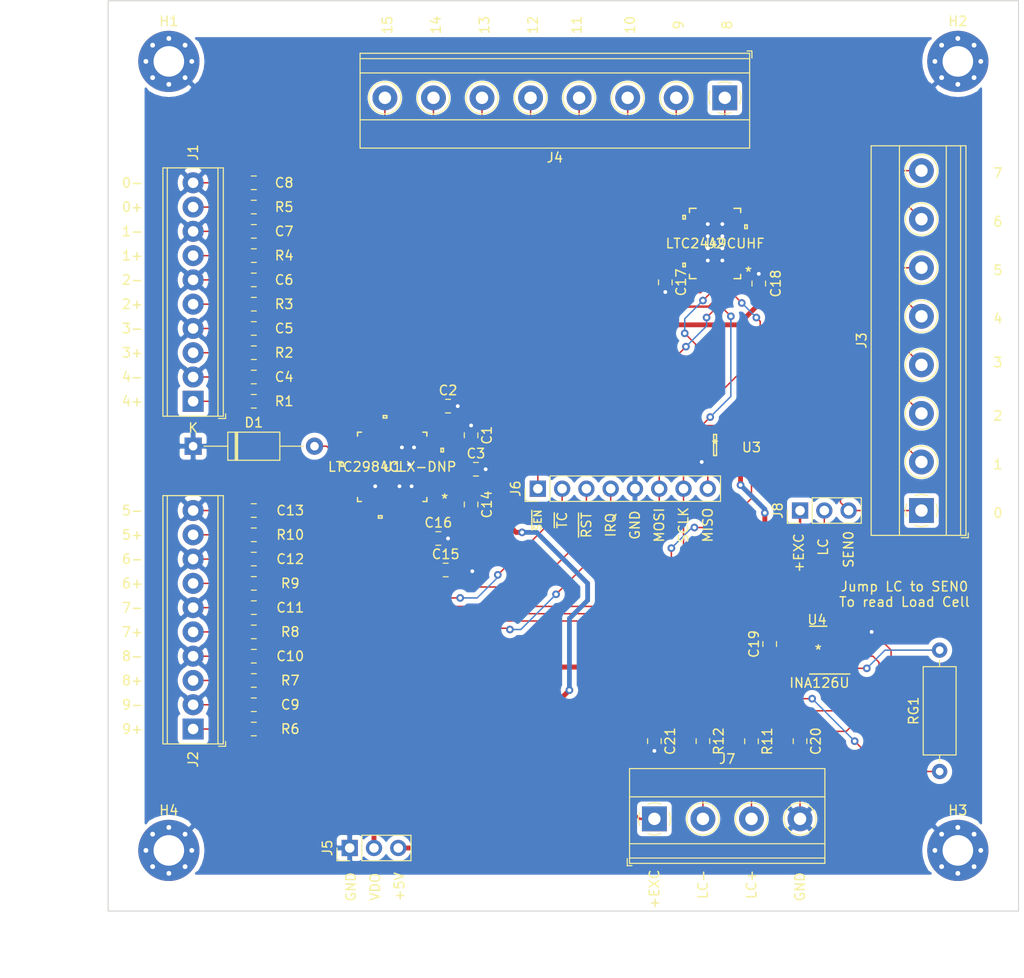
<source format=kicad_pcb>
(kicad_pcb (version 20171130) (host pcbnew "(5.1.5)-3")
  (layers (0 F.Cu signal) (31 B.Cu signal) (34 B.Paste user) (35 F.Paste user) (36 B.SilkS user) (37 F.SilkS user) (38 B.Mask user) (39 F.Mask user) (44 Edge.Cuts user))
  (net 0 "")
  (net 1 "Net-(C1-Pad2)")
  (net 2 GND)
  (net 3 "Net-(C2-Pad1)")
  (net 4 +5V)
  (net 5 TC4+)
  (net 6 TC3+)
  (net 7 TC2+)
  (net 8 TC1+)
  (net 9 TC0+)
  (net 10 TC9+)
  (net 11 TC8+)
  (net 12 TC7+)
  (net 13 TC6+)
  (net 14 TC5+)
  (net 15 "Net-(C14-Pad2)")
  (net 16 "Net-(C14-Pad1)")
  (net 17 "Net-(C15-Pad1)")
  (net 18 "Net-(C16-Pad1)")
  (net 19 SEN7)
  (net 20 SEN6)
  (net 21 SEN5)
  (net 22 SEN4)
  (net 23 SEN3)
  (net 24 SEN2)
  (net 25 SEN1)
  (net 26 SEN0)
  (net 27 SEN15)
  (net 28 SEN14)
  (net 29 SEN13)
  (net 30 SEN12)
  (net 31 SEN11)
  (net 32 SEN10)
  (net 33 SEN9)
  (net 34 SEN8)
  (net 35 VDOUT)
  (net 36 ~SEN)
  (net 37 /MISO_SAFE)
  (net 38 SCLK)
  (net 39 MOSI)
  (net 40 IRQ)
  (net 41 ~RST)
  (net 42 ~TC)
  (net 43 LC-)
  (net 44 LC+)
  (net 45 +EXC)
  (net 46 LC)
  (net 47 "Net-(RG1-Pad2)")
  (net 48 "Net-(RG1-Pad1)")
  (net 49 MISO)
  (net 50 /thermocouples/TC4RAW)
  (net 51 /thermocouples/TC3RAQ)
  (net 52 /thermocouples/TC2RAW)
  (net 53 /thermocouples/TC1RAW)
  (net 54 /thermocouples/TC0RAW)
  (net 55 /thermocouples/TC9RAW)
  (net 56 /thermocouples/TC8RAW)
  (net 57 /thermocouples/TC7RAW)
  (net 58 /thermocouples/TC6RAW)
  (net 59 /thermocouples/TC5RAW)
  (net 60 /thermocouples/CJ)
  (net 61 /sensors/LC+_Filter)
  (net 62 /sensors/LC-_Filter)
  (module Resistor_SMD:R_0805_2012Metric_Pad1.15x1.40mm_HandSolder (layer F.Cu) (at 132.08 128.27 270)
    (fp_text reference R12 (at 0 -1.65 90) (layer F.SilkS))
    (fp_text value R_US)
    (pad 2 smd roundrect (at 1.025 0 270) (size 1.15 1.4) (layers F.Cu F.Paste F.Mask) (roundrect_rratio 0.217391) (net 43 LC-))
    (pad 1 smd roundrect (at -1.025 0 270) (size 1.15 1.4) (layers F.Cu F.Paste F.Mask) (roundrect_rratio 0.217391) (net 62 /sensors/LC-_Filter))
  )
  (module Resistor_SMD:R_0805_2012Metric_Pad1.15x1.40mm_HandSolder (layer F.Cu) (at 137.16 128.279 270)
    (fp_text reference R11 (at 0 -1.65 90) (layer F.SilkS))
    (fp_text value R_US)
    (pad 2 smd roundrect (at 1.025 0 270) (size 1.15 1.4) (layers F.Cu F.Paste F.Mask) (roundrect_rratio 0.217391) (net 44 LC+))
    (pad 1 smd roundrect (at -1.025 0 270) (size 1.15 1.4) (layers F.Cu F.Paste F.Mask) (roundrect_rratio 0.217391) (net 61 /sensors/LC+_Filter))
  )
  (module Capacitor_SMD:C_0805_2012Metric_Pad1.15x1.40mm_HandSolder (layer F.Cu) (at 127 128.27 270)
    (fp_text reference C21 (at 0 -1.65 90) (layer F.SilkS))
    (fp_text value C)
    (pad 2 smd roundrect (at 1.025 0 270) (size 1.15 1.4) (layers F.Cu F.Paste F.Mask) (roundrect_rratio 0.217391) (net 2 GND))
    (pad 1 smd roundrect (at -1.025 0 270) (size 1.15 1.4) (layers F.Cu F.Paste F.Mask) (roundrect_rratio 0.217391) (net 62 /sensors/LC-_Filter))
  )
  (module Capacitor_SMD:C_0805_2012Metric_Pad1.15x1.40mm_HandSolder (layer F.Cu) (at 142.24 128.27 270)
    (fp_text reference C20 (at 0 -1.65 90) (layer F.SilkS))
    (fp_text value C)
    (pad 2 smd roundrect (at 1.025 0 270) (size 1.15 1.4) (layers F.Cu F.Paste F.Mask) (roundrect_rratio 0.217391) (net 2 GND))
    (pad 1 smd roundrect (at -1.025 0 270) (size 1.15 1.4) (layers F.Cu F.Paste F.Mask) (roundrect_rratio 0.217391) (net 61 /sensors/LC+_Filter))
  )
  (module Capacitor_SMD:C_0805_2012Metric_Pad1.15x1.40mm_HandSolder (layer F.Cu) (at 139.065 118.11 90)
    (fp_text reference C19 (at 0 -1.65 90) (layer F.SilkS))
    (fp_text value 0.1uF)
    (pad 2 smd roundrect (at 1.025 0 90) (size 1.15 1.4) (layers F.Cu F.Paste F.Mask) (roundrect_rratio 0.217391) (net 2 GND))
    (pad 1 smd roundrect (at -1.025 0 90) (size 1.15 1.4) (layers F.Cu F.Paste F.Mask) (roundrect_rratio 0.217391) (net 45 +EXC))
  )
  (module Resistor_THT:R_Axial_DIN0309_L9.0mm_D3.2mm_P12.70mm_Horizontal (layer F.Cu) (at 156.845 131.445 90)
    (fp_text reference RG1 (at 6.35 -2.72 90) (layer F.SilkS))
    (fp_text value R_US)
    (pad 2 thru_hole oval (at 12.7 0 90) (size 1.6 1.6) (drill 0.8) (layers *.Cu *.Mask) (net 47 "Net-(RG1-Pad2)"))
    (pad 1 thru_hole circle (at 0 0 90) (size 1.6 1.6) (drill 0.8) (layers *.Cu *.Mask) (net 48 "Net-(RG1-Pad1)"))
  )
  (module Diode_THT:D_A-405_P12.70mm_Horizontal (layer F.Cu) (at 78.74 97.409)
    (fp_text reference D1 (at 6.35 -2.47) (layer F.SilkS))
    (fp_text value 1N4148)
    (fp_text user K (at 0 -1.9) (layer F.SilkS))
    (pad 2 thru_hole oval (at 12.7 0) (size 1.8 1.8) (drill 0.9) (layers *.Cu *.Mask) (net 60 /thermocouples/CJ))
    (pad 1 thru_hole rect (at 0 0) (size 1.8 1.8) (drill 0.9) (layers *.Cu *.Mask) (net 2 GND))
  )
  (module Capacitor_SMD:C_0805_2012Metric_Pad1.15x1.40mm_HandSolder (layer F.Cu) (at 107.823 96.266 270)
    (fp_text reference C1 (at 0 -1.65 90) (layer F.SilkS))
    (fp_text value 100nF)
    (pad 2 smd roundrect (at 1.025 0 270) (size 1.15 1.4) (layers F.Cu F.Paste F.Mask) (roundrect_rratio 0.217391) (net 1 "Net-(C1-Pad2)"))
    (pad 1 smd roundrect (at -1.025 0 270) (size 1.15 1.4) (layers F.Cu F.Paste F.Mask) (roundrect_rratio 0.217391) (net 2 GND))
  )
  (module Capacitor_SMD:C_0805_2012Metric_Pad1.15x1.40mm_HandSolder (layer F.Cu) (at 104.394 107.061)
    (fp_text reference C16 (at 0 -1.65) (layer F.SilkS))
    (fp_text value 10uF)
    (pad 2 smd roundrect (at 1.025 0) (size 1.15 1.4) (layers F.Cu F.Paste F.Mask) (roundrect_rratio 0.217391) (net 2 GND))
    (pad 1 smd roundrect (at -1.025 0) (size 1.15 1.4) (layers F.Cu F.Paste F.Mask) (roundrect_rratio 0.217391) (net 18 "Net-(C16-Pad1)"))
  )
  (module Capacitor_SMD:C_0805_2012Metric_Pad1.15x1.40mm_HandSolder (layer F.Cu) (at 108.331 99.822)
    (fp_text reference C3 (at 0 -1.65) (layer F.SilkS))
    (fp_text value 100nF)
    (pad 2 smd roundrect (at 1.025 0) (size 1.15 1.4) (layers F.Cu F.Paste F.Mask) (roundrect_rratio 0.217391) (net 2 GND))
    (pad 1 smd roundrect (at -1.025 0) (size 1.15 1.4) (layers F.Cu F.Paste F.Mask) (roundrect_rratio 0.217391) (net 4 +5V))
  )
  (module Capacitor_SMD:C_0805_2012Metric_Pad1.15x1.40mm_HandSolder (layer F.Cu) (at 105.165 110.363)
    (fp_text reference C15 (at 0 -1.65) (layer F.SilkS))
    (fp_text value 10uF)
    (pad 2 smd roundrect (at 1.025 0) (size 1.15 1.4) (layers F.Cu F.Paste F.Mask) (roundrect_rratio 0.217391) (net 2 GND))
    (pad 1 smd roundrect (at -1.025 0) (size 1.15 1.4) (layers F.Cu F.Paste F.Mask) (roundrect_rratio 0.217391) (net 17 "Net-(C15-Pad1)"))
  )
  (module TerminalBlock_Phoenix:TerminalBlock_Phoenix_MKDS-1,5-4-5.08_1x04_P5.08mm_Horizontal (layer F.Cu) (at 127 136.398)
    (fp_text reference J7 (at 7.62 -6.26) (layer F.SilkS))
    (fp_text value Screw_Terminal_01x04)
    (pad 4 thru_hole circle (at 15.24 0) (size 2.6 2.6) (drill 1.3) (layers *.Cu *.Mask) (net 2 GND))
    (pad 3 thru_hole circle (at 10.16 0) (size 2.6 2.6) (drill 1.3) (layers *.Cu *.Mask) (net 44 LC+))
    (pad 2 thru_hole circle (at 5.08 0) (size 2.6 2.6) (drill 1.3) (layers *.Cu *.Mask) (net 43 LC-))
    (pad 1 thru_hole rect (at 0 0) (size 2.6 2.6) (drill 1.3) (layers *.Cu *.Mask) (net 45 +EXC))
  )
  (module Connector_PinHeader_2.54mm:PinHeader_1x03_P2.54mm_Vertical (layer F.Cu) (at 142.24 104.14 90)
    (fp_text reference J8 (at 0 -2.33 90) (layer F.SilkS))
    (fp_text value Conn_01x03_Male)
    (pad 3 thru_hole oval (at 0 5.08 90) (size 1.7 1.7) (drill 1) (layers *.Cu *.Mask) (net 26 SEN0))
    (pad 2 thru_hole oval (at 0 2.54 90) (size 1.7 1.7) (drill 1) (layers *.Cu *.Mask) (net 46 LC))
    (pad 1 thru_hole rect (at 0 0 90) (size 1.7 1.7) (drill 1) (layers *.Cu *.Mask) (net 45 +EXC))
  )
  (module footprints:LTC2984CLX-PBF (layer F.Cu) (at 99.568 99.568 180)
    (fp_text reference U1 (at 0 0) (layer F.SilkS))
    (fp_text value LTC2984CLX-DNP (at 0 0) (layer F.SilkS))
    (fp_text user * (at -5.490599 -3.381) (layer F.SilkS))
    (pad 1 smd rect (at -4.125001 -2.75 270) (size 0.27 1.4612) (layers F.Cu F.Paste F.Mask) (net 2 GND))
    (pad 2 smd rect (at -4.125001 -2.250001 270) (size 0.27 1.4612) (layers F.Cu F.Paste F.Mask) (net 4 +5V))
    (pad 3 smd rect (at -4.125001 -1.749999 270) (size 0.27 1.4612) (layers F.Cu F.Paste F.Mask) (net 2 GND))
    (pad 4 smd rect (at -4.125001 -1.25 270) (size 0.27 1.4612) (layers F.Cu F.Paste F.Mask) (net 4 +5V))
    (pad 5 smd rect (at -4.125001 -0.750001 270) (size 0.27 1.4612) (layers F.Cu F.Paste F.Mask) (net 2 GND))
    (pad 6 smd rect (at -4.125001 -0.25 270) (size 0.27 1.4612) (layers F.Cu F.Paste F.Mask) (net 4 +5V))
    (pad 7 smd rect (at -4.125001 0.25 270) (size 0.27 1.4612) (layers F.Cu F.Paste F.Mask) (net 2 GND))
    (pad 8 smd rect (at -4.125001 0.750001 270) (size 0.27 1.4612) (layers F.Cu F.Paste F.Mask) (net 4 +5V))
    (pad 9 smd rect (at -4.125001 1.25 270) (size 0.27 1.4612) (layers F.Cu F.Paste F.Mask) (net 2 GND))
    (pad 10 smd rect (at -4.125001 1.749999 270) (size 0.27 1.4612) (layers F.Cu F.Paste F.Mask))
    (pad 11 smd rect (at -4.125001 2.250001 270) (size 0.27 1.4612) (layers F.Cu F.Paste F.Mask) (net 1 "Net-(C1-Pad2)"))
    (pad 12 smd rect (at -4.125001 2.75 270) (size 0.27 1.4612) (layers F.Cu F.Paste F.Mask) (net 2 GND))
    (pad 13 smd rect (at -2.75 4.125001 180) (size 0.27 1.4612) (layers F.Cu F.Paste F.Mask) (net 3 "Net-(C2-Pad1)"))
    (pad 14 smd rect (at -2.250001 4.125001 180) (size 0.27 1.4612) (layers F.Cu F.Paste F.Mask) (net 3 "Net-(C2-Pad1)"))
    (pad 15 smd rect (at -1.749999 4.125001 180) (size 0.27 1.4612) (layers F.Cu F.Paste F.Mask) (net 2 GND))
    (pad 16 smd rect (at -1.25 4.125001 180) (size 0.27 1.4612) (layers F.Cu F.Paste F.Mask))
    (pad 17 smd rect (at -0.750001 4.125001 180) (size 0.27 1.4612) (layers F.Cu F.Paste F.Mask))
    (pad 18 smd rect (at -0.25 4.125001 180) (size 0.27 1.4612) (layers F.Cu F.Paste F.Mask))
    (pad 19 smd rect (at 0.25 4.125001 180) (size 0.27 1.4612) (layers F.Cu F.Paste F.Mask))
    (pad 20 smd rect (at 0.750001 4.125001 180) (size 0.27 1.4612) (layers F.Cu F.Paste F.Mask) (net 9 TC0+))
    (pad 21 smd rect (at 1.25 4.125001 180) (size 0.27 1.4612) (layers F.Cu F.Paste F.Mask) (net 8 TC1+))
    (pad 22 smd rect (at 1.749999 4.125001 180) (size 0.27 1.4612) (layers F.Cu F.Paste F.Mask) (net 7 TC2+))
    (pad 23 smd rect (at 2.250001 4.125001 180) (size 0.27 1.4612) (layers F.Cu F.Paste F.Mask) (net 6 TC3+))
    (pad 24 smd rect (at 2.75 4.125001 180) (size 0.27 1.4612) (layers F.Cu F.Paste F.Mask) (net 5 TC4+))
    (pad 25 smd rect (at 4.125001 2.75 270) (size 0.27 1.4612) (layers F.Cu F.Paste F.Mask))
    (pad 26 smd rect (at 4.125001 2.250001 270) (size 0.27 1.4612) (layers F.Cu F.Paste F.Mask))
    (pad 27 smd rect (at 4.125001 1.749999 270) (size 0.27 1.4612) (layers F.Cu F.Paste F.Mask) (net 60 /thermocouples/CJ))
    (pad 28 smd rect (at 4.125001 1.25 270) (size 0.27 1.4612) (layers F.Cu F.Paste F.Mask))
    (pad 29 smd rect (at 4.125001 0.750001 270) (size 0.27 1.4612) (layers F.Cu F.Paste F.Mask))
    (pad 30 smd rect (at 4.125001 0.25 270) (size 0.27 1.4612) (layers F.Cu F.Paste F.Mask))
    (pad 31 smd rect (at 4.125001 -0.25 270) (size 0.27 1.4612) (layers F.Cu F.Paste F.Mask) (net 14 TC5+))
    (pad 32 smd rect (at 4.125001 -0.750001 270) (size 0.27 1.4612) (layers F.Cu F.Paste F.Mask) (net 13 TC6+))
    (pad 33 smd rect (at 4.125001 -1.25 270) (size 0.27 1.4612) (layers F.Cu F.Paste F.Mask) (net 12 TC7+))
    (pad 34 smd rect (at 4.125001 -1.749999 270) (size 0.27 1.4612) (layers F.Cu F.Paste F.Mask) (net 11 TC8+))
    (pad 35 smd rect (at 4.125001 -2.250001 270) (size 0.27 1.4612) (layers F.Cu F.Paste F.Mask) (net 10 TC9+))
    (pad 36 smd rect (at 4.125001 -2.75 270) (size 0.27 1.4612) (layers F.Cu F.Paste F.Mask) (net 2 GND))
    (pad 37 smd rect (at 2.75 -4.125001 180) (size 0.27 1.4612) (layers F.Cu F.Paste F.Mask) (net 40 IRQ))
    (pad 38 smd rect (at 2.250001 -4.125001 180) (size 0.27 1.4612) (layers F.Cu F.Paste F.Mask) (net 38 SCLK))
    (pad 39 smd rect (at 1.749999 -4.125001 180) (size 0.27 1.4612) (layers F.Cu F.Paste F.Mask) (net 49 MISO))
    (pad 40 smd rect (at 1.25 -4.125001 180) (size 0.27 1.4612) (layers F.Cu F.Paste F.Mask) (net 39 MOSI))
    (pad 41 smd rect (at 0.750001 -4.125001 180) (size 0.27 1.4612) (layers F.Cu F.Paste F.Mask) (net 42 ~TC))
    (pad 42 smd rect (at 0.25 -4.125001 180) (size 0.27 1.4612) (layers F.Cu F.Paste F.Mask) (net 41 ~RST))
    (pad 43 smd rect (at -0.25 -4.125001 180) (size 0.27 1.4612) (layers F.Cu F.Paste F.Mask) (net 17 "Net-(C15-Pad1)"))
    (pad 44 smd rect (at -0.750001 -4.125001 180) (size 0.27 1.4612) (layers F.Cu F.Paste F.Mask) (net 2 GND))
    (pad 45 smd rect (at -1.25 -4.125001 180) (size 0.27 1.4612) (layers F.Cu F.Paste F.Mask) (net 4 +5V))
    (pad 46 smd rect (at -1.749999 -4.125001 180) (size 0.27 1.4612) (layers F.Cu F.Paste F.Mask) (net 18 "Net-(C16-Pad1)"))
    (pad 47 smd rect (at -2.250001 -4.125001 180) (size 0.27 1.4612) (layers F.Cu F.Paste F.Mask) (net 15 "Net-(C14-Pad2)"))
    (pad 48 smd rect (at -2.75 -4.125001 180) (size 0.27 1.4612) (layers F.Cu F.Paste F.Mask) (net 16 "Net-(C14-Pad1)"))
  )
  (module footprints:INA126U (layer F.Cu) (at 144.145 118.745 180)
    (fp_text reference U4 (at 0.127 3.175) (layer F.SilkS))
    (fp_text value INA126U (at -0.127 -3.429) (layer F.SilkS))
    (fp_text user * (at 0 0) (layer F.SilkS))
    (pad 8 smd oval (at 2.724998 -1.905 270) (size 0.599999 1.45) (layers F.Cu F.Paste F.Mask) (net 48 "Net-(RG1-Pad1)"))
    (pad 7 smd oval (at 2.724998 -0.635 270) (size 0.599999 1.45) (layers F.Cu F.Paste F.Mask) (net 45 +EXC))
    (pad 6 smd oval (at 2.724998 0.635 270) (size 0.599999 1.45) (layers F.Cu F.Paste F.Mask) (net 46 LC))
    (pad 5 smd oval (at 2.724998 1.905 270) (size 0.599999 1.45) (layers F.Cu F.Paste F.Mask) (net 2 GND))
    (pad 4 smd oval (at -2.725001 1.905 270) (size 0.599999 1.45) (layers F.Cu F.Paste F.Mask) (net 2 GND))
    (pad 3 smd oval (at -2.725001 0.635 270) (size 0.599999 1.45) (layers F.Cu F.Paste F.Mask) (net 61 /sensors/LC+_Filter))
    (pad 2 smd oval (at -2.725001 -0.635 270) (size 0.599999 1.45) (layers F.Cu F.Paste F.Mask) (net 62 /sensors/LC-_Filter))
    (pad 1 smd oval (at -2.725001 -1.905 270) (size 0.599999 1.45) (layers F.Cu F.Paste F.Mask) (net 47 "Net-(RG1-Pad2)"))
  )
  (module footprints:SN74LV1T34DCKR (layer F.Cu) (at 133.35 97.282)
    (fp_text reference U3 (at 3.81 0.254) (layer F.SilkS))
    (fp_text value SN74LV1T34DCKR hide)
    (fp_text user * (at 0 0) (layer F.SilkS))
    (pad 5 smd rect (at 0.950001 -0.650001 90) (size 0.399999 0.850001) (layers F.Cu F.Paste F.Mask) (net 35 VDOUT))
    (pad 4 smd rect (at 0.950001 0.649999 90) (size 0.399999 0.850001) (layers F.Cu F.Paste F.Mask) (net 37 /MISO_SAFE))
    (pad 3 smd rect (at -0.949998 0.649999 90) (size 0.399999 0.850001) (layers F.Cu F.Paste F.Mask) (net 2 GND))
    (pad 2 smd rect (at -0.949998 0 90) (size 0.399999 0.850001) (layers F.Cu F.Paste F.Mask) (net 49 MISO))
    (pad 1 smd rect (at -0.949998 -0.650001 90) (size 0.399999 0.850001) (layers F.Cu F.Paste F.Mask))
  )
  (module footprints:LTC2449CUHF (layer F.Cu) (at 133.35 76.2 180)
    (fp_text reference U2 (at 0 0) (layer F.SilkS))
    (fp_text value LTC2449CUHF (at 0 0) (layer F.SilkS))
    (fp_text user * (at -3.489801 -3) (layer F.SilkS))
    (pad 39 smd rect (at 0 0 180) (size 3.250001 5.25) (layers F.Cu F.Paste F.Mask) (net 2 GND))
    (pad 38 smd rect (at -1.5 -3.452401 180) (size 0.3 0.8048) (layers F.Cu F.Paste F.Mask) (net 38 SCLK))
    (pad 37 smd rect (at -1.000001 -3.452401 180) (size 0.3 0.8048) (layers F.Cu F.Paste F.Mask) (net 49 MISO))
    (pad 36 smd rect (at -0.499999 -3.452401 180) (size 0.3 0.8048) (layers F.Cu F.Paste F.Mask) (net 36 ~SEN))
    (pad 35 smd rect (at 0 -3.452401 180) (size 0.3 0.8048) (layers F.Cu F.Paste F.Mask) (net 2 GND))
    (pad 34 smd rect (at 0.499999 -3.452401 180) (size 0.3 0.8048) (layers F.Cu F.Paste F.Mask) (net 39 MOSI))
    (pad 33 smd rect (at 1.000001 -3.452401 180) (size 0.3 0.8048) (layers F.Cu F.Paste F.Mask) (net 2 GND))
    (pad 32 smd rect (at 1.5 -3.452401 180) (size 0.3 0.8048) (layers F.Cu F.Paste F.Mask) (net 2 GND))
    (pad 31 smd rect (at 2.4524 -2.75 270) (size 0.3 0.8048) (layers F.Cu F.Paste F.Mask) (net 2 GND))
    (pad 30 smd rect (at 2.4524 -2.250001 270) (size 0.3 0.8048) (layers F.Cu F.Paste F.Mask) (net 2 GND))
    (pad 29 smd rect (at 2.4524 -1.749999 270) (size 0.3 0.8048) (layers F.Cu F.Paste F.Mask) (net 4 +5V))
    (pad 28 smd rect (at 2.4524 -1.25 270) (size 0.3 0.8048) (layers F.Cu F.Paste F.Mask) (net 4 +5V))
    (pad 27 smd rect (at 2.4524 -0.750001 270) (size 0.3 0.8048) (layers F.Cu F.Paste F.Mask))
    (pad 26 smd rect (at 2.4524 -0.25 270) (size 0.3 0.8048) (layers F.Cu F.Paste F.Mask))
    (pad 25 smd rect (at 2.4524 0.25 270) (size 0.3 0.8048) (layers F.Cu F.Paste F.Mask))
    (pad 24 smd rect (at 2.4524 0.750001 270) (size 0.3 0.8048) (layers F.Cu F.Paste F.Mask))
    (pad 23 smd rect (at 2.4524 1.25 270) (size 0.3 0.8048) (layers F.Cu F.Paste F.Mask) (net 27 SEN15))
    (pad 22 smd rect (at 2.4524 1.749999 270) (size 0.3 0.8048) (layers F.Cu F.Paste F.Mask) (net 28 SEN14))
    (pad 21 smd rect (at 2.4524 2.250001 270) (size 0.3 0.8048) (layers F.Cu F.Paste F.Mask) (net 29 SEN13))
    (pad 20 smd rect (at 2.4524 2.75 270) (size 0.3 0.8048) (layers F.Cu F.Paste F.Mask) (net 30 SEN12))
    (pad 19 smd rect (at 1.5 3.452401 180) (size 0.3 0.8048) (layers F.Cu F.Paste F.Mask) (net 31 SEN11))
    (pad 18 smd rect (at 1.000001 3.452401 180) (size 0.3 0.8048) (layers F.Cu F.Paste F.Mask) (net 32 SEN10))
    (pad 17 smd rect (at 0.499999 3.452401 180) (size 0.3 0.8048) (layers F.Cu F.Paste F.Mask) (net 33 SEN9))
    (pad 16 smd rect (at 0 3.452401 180) (size 0.3 0.8048) (layers F.Cu F.Paste F.Mask) (net 34 SEN8))
    (pad 15 smd rect (at -0.499999 3.452401 180) (size 0.3 0.8048) (layers F.Cu F.Paste F.Mask) (net 19 SEN7))
    (pad 14 smd rect (at -1.000001 3.452401 180) (size 0.3 0.8048) (layers F.Cu F.Paste F.Mask) (net 20 SEN6))
    (pad 13 smd rect (at -1.5 3.452401 180) (size 0.3 0.8048) (layers F.Cu F.Paste F.Mask) (net 21 SEN5))
    (pad 12 smd rect (at -2.4524 2.75 270) (size 0.3 0.8048) (layers F.Cu F.Paste F.Mask) (net 22 SEN4))
    (pad 11 smd rect (at -2.4524 2.250001 270) (size 0.3 0.8048) (layers F.Cu F.Paste F.Mask) (net 23 SEN3))
    (pad 10 smd rect (at -2.4524 1.749999 270) (size 0.3 0.8048) (layers F.Cu F.Paste F.Mask) (net 24 SEN2))
    (pad 9 smd rect (at -2.4524 1.25 270) (size 0.3 0.8048) (layers F.Cu F.Paste F.Mask) (net 25 SEN1))
    (pad 8 smd rect (at -2.4524 0.750001 270) (size 0.3 0.8048) (layers F.Cu F.Paste F.Mask) (net 26 SEN0))
    (pad 7 smd rect (at -2.4524 0.25 270) (size 0.3 0.8048) (layers F.Cu F.Paste F.Mask) (net 2 GND))
    (pad 6 smd rect (at -2.4524 -0.25 270) (size 0.3 0.8048) (layers F.Cu F.Paste F.Mask) (net 2 GND))
    (pad 5 smd rect (at -2.4524 -0.750001 270) (size 0.3 0.8048) (layers F.Cu F.Paste F.Mask) (net 2 GND))
    (pad 4 smd rect (at -2.4524 -1.25 270) (size 0.3 0.8048) (layers F.Cu F.Paste F.Mask) (net 2 GND))
    (pad 3 smd rect (at -2.4524 -1.749999 270) (size 0.3 0.8048) (layers F.Cu F.Paste F.Mask) (net 2 GND))
    (pad 2 smd rect (at -2.4524 -2.250001 270) (size 0.3 0.8048) (layers F.Cu F.Paste F.Mask))
    (pad 1 smd rect (at -2.4524 -2.75 270) (size 0.3 0.8048) (layers F.Cu F.Paste F.Mask) (net 2 GND))
  )
  (module Resistor_SMD:R_0805_2012Metric_Pad1.15x1.40mm_HandSolder (layer F.Cu) (at 85.09 106.68)
    (fp_text reference R10 (at 3.81 0) (layer F.SilkS))
    (fp_text value 100)
    (pad 2 smd roundrect (at 1.025 0) (size 1.15 1.4) (layers F.Cu F.Paste F.Mask) (roundrect_rratio 0.217391) (net 14 TC5+))
    (pad 1 smd roundrect (at -1.025 0) (size 1.15 1.4) (layers F.Cu F.Paste F.Mask) (roundrect_rratio 0.217391) (net 59 /thermocouples/TC5RAW))
  )
  (module Resistor_SMD:R_0805_2012Metric_Pad1.15x1.40mm_HandSolder (layer F.Cu) (at 85.09 111.76)
    (fp_text reference R9 (at 3.81 0) (layer F.SilkS))
    (fp_text value 100)
    (pad 2 smd roundrect (at 1.025 0) (size 1.15 1.4) (layers F.Cu F.Paste F.Mask) (roundrect_rratio 0.217391) (net 13 TC6+))
    (pad 1 smd roundrect (at -1.025 0) (size 1.15 1.4) (layers F.Cu F.Paste F.Mask) (roundrect_rratio 0.217391) (net 58 /thermocouples/TC6RAW))
  )
  (module Resistor_SMD:R_0805_2012Metric_Pad1.15x1.40mm_HandSolder (layer F.Cu) (at 85.09 116.84)
    (fp_text reference R8 (at 3.81 0) (layer F.SilkS))
    (fp_text value 100)
    (pad 2 smd roundrect (at 1.025 0) (size 1.15 1.4) (layers F.Cu F.Paste F.Mask) (roundrect_rratio 0.217391) (net 12 TC7+))
    (pad 1 smd roundrect (at -1.025 0) (size 1.15 1.4) (layers F.Cu F.Paste F.Mask) (roundrect_rratio 0.217391) (net 57 /thermocouples/TC7RAW))
  )
  (module Resistor_SMD:R_0805_2012Metric_Pad1.15x1.40mm_HandSolder (layer F.Cu) (at 85.09 121.92)
    (fp_text reference R7 (at 3.81 0) (layer F.SilkS))
    (fp_text value 100)
    (pad 2 smd roundrect (at 1.025 0) (size 1.15 1.4) (layers F.Cu F.Paste F.Mask) (roundrect_rratio 0.217391) (net 11 TC8+))
    (pad 1 smd roundrect (at -1.025 0) (size 1.15 1.4) (layers F.Cu F.Paste F.Mask) (roundrect_rratio 0.217391) (net 56 /thermocouples/TC8RAW))
  )
  (module Resistor_SMD:R_0805_2012Metric_Pad1.15x1.40mm_HandSolder (layer F.Cu) (at 85.09 127)
    (fp_text reference R6 (at 3.81 0) (layer F.SilkS))
    (fp_text value 100)
    (pad 2 smd roundrect (at 1.025 0) (size 1.15 1.4) (layers F.Cu F.Paste F.Mask) (roundrect_rratio 0.217391) (net 10 TC9+))
    (pad 1 smd roundrect (at -1.025 0) (size 1.15 1.4) (layers F.Cu F.Paste F.Mask) (roundrect_rratio 0.217391) (net 55 /thermocouples/TC9RAW))
  )
  (module Resistor_SMD:R_0805_2012Metric_Pad1.15x1.40mm_HandSolder (layer F.Cu) (at 85.09 72.39)
    (fp_text reference R5 (at 3.175 0) (layer F.SilkS))
    (fp_text value 100)
    (pad 2 smd roundrect (at 1.025 0) (size 1.15 1.4) (layers F.Cu F.Paste F.Mask) (roundrect_rratio 0.217391) (net 9 TC0+))
    (pad 1 smd roundrect (at -1.025 0) (size 1.15 1.4) (layers F.Cu F.Paste F.Mask) (roundrect_rratio 0.217391) (net 54 /thermocouples/TC0RAW))
  )
  (module Resistor_SMD:R_0805_2012Metric_Pad1.15x1.40mm_HandSolder (layer F.Cu) (at 85.09 77.47)
    (fp_text reference R4 (at 3.175 0) (layer F.SilkS))
    (fp_text value 100)
    (pad 2 smd roundrect (at 1.025 0) (size 1.15 1.4) (layers F.Cu F.Paste F.Mask) (roundrect_rratio 0.217391) (net 8 TC1+))
    (pad 1 smd roundrect (at -1.025 0) (size 1.15 1.4) (layers F.Cu F.Paste F.Mask) (roundrect_rratio 0.217391) (net 53 /thermocouples/TC1RAW))
  )
  (module Resistor_SMD:R_0805_2012Metric_Pad1.15x1.40mm_HandSolder (layer F.Cu) (at 85.09 82.55)
    (fp_text reference R3 (at 3.175 0) (layer F.SilkS))
    (fp_text value 100)
    (pad 2 smd roundrect (at 1.025 0) (size 1.15 1.4) (layers F.Cu F.Paste F.Mask) (roundrect_rratio 0.217391) (net 7 TC2+))
    (pad 1 smd roundrect (at -1.025 0) (size 1.15 1.4) (layers F.Cu F.Paste F.Mask) (roundrect_rratio 0.217391) (net 52 /thermocouples/TC2RAW))
  )
  (module Resistor_SMD:R_0805_2012Metric_Pad1.15x1.40mm_HandSolder (layer F.Cu) (at 85.09 87.63)
    (fp_text reference R2 (at 3.175 0) (layer F.SilkS))
    (fp_text value 100)
    (pad 2 smd roundrect (at 1.025 0) (size 1.15 1.4) (layers F.Cu F.Paste F.Mask) (roundrect_rratio 0.217391) (net 6 TC3+))
    (pad 1 smd roundrect (at -1.025 0) (size 1.15 1.4) (layers F.Cu F.Paste F.Mask) (roundrect_rratio 0.217391) (net 51 /thermocouples/TC3RAQ))
  )
  (module Resistor_SMD:R_0805_2012Metric_Pad1.15x1.40mm_HandSolder (layer F.Cu) (at 85.09 92.71)
    (fp_text reference R1 (at 3.175 0) (layer F.SilkS))
    (fp_text value 100)
    (pad 2 smd roundrect (at 1.025 0) (size 1.15 1.4) (layers F.Cu F.Paste F.Mask) (roundrect_rratio 0.217391) (net 5 TC4+))
    (pad 1 smd roundrect (at -1.025 0) (size 1.15 1.4) (layers F.Cu F.Paste F.Mask) (roundrect_rratio 0.217391) (net 50 /thermocouples/TC4RAW))
  )
  (module Connector_PinHeader_2.54mm:PinHeader_1x08_P2.54mm_Vertical (layer F.Cu) (at 114.808 101.854 90)
    (fp_text reference J6 (at 0 -2.33 90) (layer F.SilkS))
    (fp_text value Conn_01x08_Female)
    (pad 8 thru_hole oval (at 0 17.78 90) (size 1.7 1.7) (drill 1) (layers *.Cu *.Mask) (net 37 /MISO_SAFE))
    (pad 7 thru_hole oval (at 0 15.24 90) (size 1.7 1.7) (drill 1) (layers *.Cu *.Mask) (net 38 SCLK))
    (pad 6 thru_hole oval (at 0 12.7 90) (size 1.7 1.7) (drill 1) (layers *.Cu *.Mask) (net 39 MOSI))
    (pad 5 thru_hole oval (at 0 10.16 90) (size 1.7 1.7) (drill 1) (layers *.Cu *.Mask) (net 2 GND))
    (pad 4 thru_hole oval (at 0 7.62 90) (size 1.7 1.7) (drill 1) (layers *.Cu *.Mask) (net 40 IRQ))
    (pad 3 thru_hole oval (at 0 5.08 90) (size 1.7 1.7) (drill 1) (layers *.Cu *.Mask) (net 41 ~RST))
    (pad 2 thru_hole oval (at 0 2.54 90) (size 1.7 1.7) (drill 1) (layers *.Cu *.Mask) (net 42 ~TC))
    (pad 1 thru_hole rect (at 0 0 90) (size 1.7 1.7) (drill 1) (layers *.Cu *.Mask) (net 36 ~SEN))
  )
  (module Connector_PinHeader_2.54mm:PinHeader_1x03_P2.54mm_Vertical (layer F.Cu) (at 95.123 139.446 90)
    (fp_text reference J5 (at 0 -2.33 90) (layer F.SilkS))
    (fp_text value Conn_01x03_Male)
    (pad 3 thru_hole oval (at 0 5.08 90) (size 1.7 1.7) (drill 1) (layers *.Cu *.Mask) (net 4 +5V))
    (pad 2 thru_hole oval (at 0 2.54 90) (size 1.7 1.7) (drill 1) (layers *.Cu *.Mask) (net 35 VDOUT))
    (pad 1 thru_hole rect (at 0 0 90) (size 1.7 1.7) (drill 1) (layers *.Cu *.Mask) (net 2 GND))
  )
  (module TerminalBlock_Phoenix:TerminalBlock_Phoenix_MKDS-1,5-8-5.08_1x08_P5.08mm_Horizontal (layer F.Cu) (at 134.366 60.96 180)
    (fp_text reference J4 (at 17.78 -6.26) (layer F.SilkS))
    (fp_text value Screw_Terminal_01x08)
    (pad 8 thru_hole circle (at 35.56 0 180) (size 2.6 2.6) (drill 1.3) (layers *.Cu *.Mask) (net 27 SEN15))
    (pad 7 thru_hole circle (at 30.48 0 180) (size 2.6 2.6) (drill 1.3) (layers *.Cu *.Mask) (net 28 SEN14))
    (pad 6 thru_hole circle (at 25.4 0 180) (size 2.6 2.6) (drill 1.3) (layers *.Cu *.Mask) (net 29 SEN13))
    (pad 5 thru_hole circle (at 20.32 0 180) (size 2.6 2.6) (drill 1.3) (layers *.Cu *.Mask) (net 30 SEN12))
    (pad 4 thru_hole circle (at 15.24 0 180) (size 2.6 2.6) (drill 1.3) (layers *.Cu *.Mask) (net 31 SEN11))
    (pad 3 thru_hole circle (at 10.16 0 180) (size 2.6 2.6) (drill 1.3) (layers *.Cu *.Mask) (net 32 SEN10))
    (pad 2 thru_hole circle (at 5.08 0 180) (size 2.6 2.6) (drill 1.3) (layers *.Cu *.Mask) (net 33 SEN9))
    (pad 1 thru_hole rect (at 0 0 180) (size 2.6 2.6) (drill 1.3) (layers *.Cu *.Mask) (net 34 SEN8))
  )
  (module TerminalBlock_Phoenix:TerminalBlock_Phoenix_MKDS-1,5-8-5.08_1x08_P5.08mm_Horizontal (layer F.Cu) (at 154.94 104.14 90)
    (fp_text reference J3 (at 17.78 -6.26 90) (layer F.SilkS))
    (fp_text value Screw_Terminal_01x08)
    (pad 8 thru_hole circle (at 35.56 0 90) (size 2.6 2.6) (drill 1.3) (layers *.Cu *.Mask) (net 19 SEN7))
    (pad 7 thru_hole circle (at 30.48 0 90) (size 2.6 2.6) (drill 1.3) (layers *.Cu *.Mask) (net 20 SEN6))
    (pad 6 thru_hole circle (at 25.4 0 90) (size 2.6 2.6) (drill 1.3) (layers *.Cu *.Mask) (net 21 SEN5))
    (pad 5 thru_hole circle (at 20.32 0 90) (size 2.6 2.6) (drill 1.3) (layers *.Cu *.Mask) (net 22 SEN4))
    (pad 4 thru_hole circle (at 15.24 0 90) (size 2.6 2.6) (drill 1.3) (layers *.Cu *.Mask) (net 23 SEN3))
    (pad 3 thru_hole circle (at 10.16 0 90) (size 2.6 2.6) (drill 1.3) (layers *.Cu *.Mask) (net 24 SEN2))
    (pad 2 thru_hole circle (at 5.08 0 90) (size 2.6 2.6) (drill 1.3) (layers *.Cu *.Mask) (net 25 SEN1))
    (pad 1 thru_hole rect (at 0 0 90) (size 2.6 2.6) (drill 1.3) (layers *.Cu *.Mask) (net 26 SEN0))
  )
  (module TerminalBlock_Phoenix:TerminalBlock_Phoenix_MPT-0,5-10-2.54_1x10_P2.54mm_Horizontal (layer F.Cu) (at 78.74 127 90)
    (fp_text reference J2 (at -3.175 0 90) (layer F.SilkS))
    (fp_text value Screw_Terminal_01x10)
    (pad 10 thru_hole circle (at 22.86 0 90) (size 2.2 2.2) (drill 1.1) (layers *.Cu *.Mask) (net 2 GND))
    (pad 9 thru_hole circle (at 20.32 0 90) (size 2.2 2.2) (drill 1.1) (layers *.Cu *.Mask) (net 59 /thermocouples/TC5RAW))
    (pad 8 thru_hole circle (at 17.78 0 90) (size 2.2 2.2) (drill 1.1) (layers *.Cu *.Mask) (net 2 GND))
    (pad 7 thru_hole circle (at 15.24 0 90) (size 2.2 2.2) (drill 1.1) (layers *.Cu *.Mask) (net 58 /thermocouples/TC6RAW))
    (pad 6 thru_hole circle (at 12.7 0 90) (size 2.2 2.2) (drill 1.1) (layers *.Cu *.Mask) (net 2 GND))
    (pad 5 thru_hole circle (at 10.16 0 90) (size 2.2 2.2) (drill 1.1) (layers *.Cu *.Mask) (net 57 /thermocouples/TC7RAW))
    (pad 4 thru_hole circle (at 7.62 0 90) (size 2.2 2.2) (drill 1.1) (layers *.Cu *.Mask) (net 2 GND))
    (pad 3 thru_hole circle (at 5.08 0 90) (size 2.2 2.2) (drill 1.1) (layers *.Cu *.Mask) (net 56 /thermocouples/TC8RAW))
    (pad 2 thru_hole circle (at 2.54 0 90) (size 2.2 2.2) (drill 1.1) (layers *.Cu *.Mask) (net 2 GND))
    (pad 1 thru_hole rect (at 0 0 90) (size 2.2 2.2) (drill 1.1) (layers *.Cu *.Mask) (net 55 /thermocouples/TC9RAW))
  )
  (module TerminalBlock_Phoenix:TerminalBlock_Phoenix_MPT-0,5-10-2.54_1x10_P2.54mm_Horizontal (layer F.Cu) (at 78.74 92.71 90)
    (fp_text reference J1 (at 26.035 0 90) (layer F.SilkS))
    (fp_text value Screw_Terminal_01x10)
    (pad 10 thru_hole circle (at 22.86 0 90) (size 2.2 2.2) (drill 1.1) (layers *.Cu *.Mask) (net 2 GND))
    (pad 9 thru_hole circle (at 20.32 0 90) (size 2.2 2.2) (drill 1.1) (layers *.Cu *.Mask) (net 54 /thermocouples/TC0RAW))
    (pad 8 thru_hole circle (at 17.78 0 90) (size 2.2 2.2) (drill 1.1) (layers *.Cu *.Mask) (net 2 GND))
    (pad 7 thru_hole circle (at 15.24 0 90) (size 2.2 2.2) (drill 1.1) (layers *.Cu *.Mask) (net 53 /thermocouples/TC1RAW))
    (pad 6 thru_hole circle (at 12.7 0 90) (size 2.2 2.2) (drill 1.1) (layers *.Cu *.Mask) (net 2 GND))
    (pad 5 thru_hole circle (at 10.16 0 90) (size 2.2 2.2) (drill 1.1) (layers *.Cu *.Mask) (net 52 /thermocouples/TC2RAW))
    (pad 4 thru_hole circle (at 7.62 0 90) (size 2.2 2.2) (drill 1.1) (layers *.Cu *.Mask) (net 2 GND))
    (pad 3 thru_hole circle (at 5.08 0 90) (size 2.2 2.2) (drill 1.1) (layers *.Cu *.Mask) (net 51 /thermocouples/TC3RAQ))
    (pad 2 thru_hole circle (at 2.54 0 90) (size 2.2 2.2) (drill 1.1) (layers *.Cu *.Mask) (net 2 GND))
    (pad 1 thru_hole rect (at 0 0 90) (size 2.2 2.2) (drill 1.1) (layers *.Cu *.Mask) (net 50 /thermocouples/TC4RAW))
  )
  (module MountingHole:MountingHole_3.2mm_M3_Pad_Via (layer F.Cu) (at 76.2 139.7)
    (fp_text reference H4 (at 0 -4.2) (layer F.SilkS))
    (fp_text value MountingHole_Pad)
    (pad 1 thru_hole circle (at 1.697056 -1.697056) (size 0.8 0.8) (drill 0.5) (layers *.Cu *.Mask) (net 2 GND))
    (pad 1 thru_hole circle (at 0 -2.4) (size 0.8 0.8) (drill 0.5) (layers *.Cu *.Mask) (net 2 GND))
    (pad 1 thru_hole circle (at -1.697056 -1.697056) (size 0.8 0.8) (drill 0.5) (layers *.Cu *.Mask) (net 2 GND))
    (pad 1 thru_hole circle (at -2.4 0) (size 0.8 0.8) (drill 0.5) (layers *.Cu *.Mask) (net 2 GND))
    (pad 1 thru_hole circle (at -1.697056 1.697056) (size 0.8 0.8) (drill 0.5) (layers *.Cu *.Mask) (net 2 GND))
    (pad 1 thru_hole circle (at 0 2.4) (size 0.8 0.8) (drill 0.5) (layers *.Cu *.Mask) (net 2 GND))
    (pad 1 thru_hole circle (at 1.697056 1.697056) (size 0.8 0.8) (drill 0.5) (layers *.Cu *.Mask) (net 2 GND))
    (pad 1 thru_hole circle (at 2.4 0) (size 0.8 0.8) (drill 0.5) (layers *.Cu *.Mask) (net 2 GND))
    (pad 1 thru_hole circle (at 0 0) (size 6.4 6.4) (drill 3.2) (layers *.Cu *.Mask) (net 2 GND))
  )
  (module MountingHole:MountingHole_3.2mm_M3_Pad_Via (layer F.Cu) (at 158.75 139.7)
    (fp_text reference H3 (at 0 -4.2) (layer F.SilkS))
    (fp_text value MountingHole_Pad)
    (pad 1 thru_hole circle (at 1.697056 -1.697056) (size 0.8 0.8) (drill 0.5) (layers *.Cu *.Mask) (net 2 GND))
    (pad 1 thru_hole circle (at 0 -2.4) (size 0.8 0.8) (drill 0.5) (layers *.Cu *.Mask) (net 2 GND))
    (pad 1 thru_hole circle (at -1.697056 -1.697056) (size 0.8 0.8) (drill 0.5) (layers *.Cu *.Mask) (net 2 GND))
    (pad 1 thru_hole circle (at -2.4 0) (size 0.8 0.8) (drill 0.5) (layers *.Cu *.Mask) (net 2 GND))
    (pad 1 thru_hole circle (at -1.697056 1.697056) (size 0.8 0.8) (drill 0.5) (layers *.Cu *.Mask) (net 2 GND))
    (pad 1 thru_hole circle (at 0 2.4) (size 0.8 0.8) (drill 0.5) (layers *.Cu *.Mask) (net 2 GND))
    (pad 1 thru_hole circle (at 1.697056 1.697056) (size 0.8 0.8) (drill 0.5) (layers *.Cu *.Mask) (net 2 GND))
    (pad 1 thru_hole circle (at 2.4 0) (size 0.8 0.8) (drill 0.5) (layers *.Cu *.Mask) (net 2 GND))
    (pad 1 thru_hole circle (at 0 0) (size 6.4 6.4) (drill 3.2) (layers *.Cu *.Mask) (net 2 GND))
  )
  (module MountingHole:MountingHole_3.2mm_M3_Pad_Via (layer F.Cu) (at 158.75 57.15)
    (fp_text reference H2 (at 0 -4.2) (layer F.SilkS))
    (fp_text value MountingHole_Pad)
    (pad 1 thru_hole circle (at 1.697056 -1.697056) (size 0.8 0.8) (drill 0.5) (layers *.Cu *.Mask) (net 2 GND))
    (pad 1 thru_hole circle (at 0 -2.4) (size 0.8 0.8) (drill 0.5) (layers *.Cu *.Mask) (net 2 GND))
    (pad 1 thru_hole circle (at -1.697056 -1.697056) (size 0.8 0.8) (drill 0.5) (layers *.Cu *.Mask) (net 2 GND))
    (pad 1 thru_hole circle (at -2.4 0) (size 0.8 0.8) (drill 0.5) (layers *.Cu *.Mask) (net 2 GND))
    (pad 1 thru_hole circle (at -1.697056 1.697056) (size 0.8 0.8) (drill 0.5) (layers *.Cu *.Mask) (net 2 GND))
    (pad 1 thru_hole circle (at 0 2.4) (size 0.8 0.8) (drill 0.5) (layers *.Cu *.Mask) (net 2 GND))
    (pad 1 thru_hole circle (at 1.697056 1.697056) (size 0.8 0.8) (drill 0.5) (layers *.Cu *.Mask) (net 2 GND))
    (pad 1 thru_hole circle (at 2.4 0) (size 0.8 0.8) (drill 0.5) (layers *.Cu *.Mask) (net 2 GND))
    (pad 1 thru_hole circle (at 0 0) (size 6.4 6.4) (drill 3.2) (layers *.Cu *.Mask) (net 2 GND))
  )
  (module MountingHole:MountingHole_3.2mm_M3_Pad_Via (layer F.Cu) (at 76.2 57.15)
    (fp_text reference H1 (at 0 -4.2) (layer F.SilkS))
    (fp_text value MountingHole_Pad)
    (pad 1 thru_hole circle (at 1.697056 -1.697056) (size 0.8 0.8) (drill 0.5) (layers *.Cu *.Mask) (net 2 GND))
    (pad 1 thru_hole circle (at 0 -2.4) (size 0.8 0.8) (drill 0.5) (layers *.Cu *.Mask) (net 2 GND))
    (pad 1 thru_hole circle (at -1.697056 -1.697056) (size 0.8 0.8) (drill 0.5) (layers *.Cu *.Mask) (net 2 GND))
    (pad 1 thru_hole circle (at -2.4 0) (size 0.8 0.8) (drill 0.5) (layers *.Cu *.Mask) (net 2 GND))
    (pad 1 thru_hole circle (at -1.697056 1.697056) (size 0.8 0.8) (drill 0.5) (layers *.Cu *.Mask) (net 2 GND))
    (pad 1 thru_hole circle (at 0 2.4) (size 0.8 0.8) (drill 0.5) (layers *.Cu *.Mask) (net 2 GND))
    (pad 1 thru_hole circle (at 1.697056 1.697056) (size 0.8 0.8) (drill 0.5) (layers *.Cu *.Mask) (net 2 GND))
    (pad 1 thru_hole circle (at 2.4 0) (size 0.8 0.8) (drill 0.5) (layers *.Cu *.Mask) (net 2 GND))
    (pad 1 thru_hole circle (at 0 0) (size 6.4 6.4) (drill 3.2) (layers *.Cu *.Mask) (net 2 GND))
  )
  (module Capacitor_SMD:C_0805_2012Metric_Pad1.15x1.40mm_HandSolder (layer F.Cu) (at 137.922 80.391 90)
    (fp_text reference C18 (at 0 1.778 90) (layer F.SilkS))
    (fp_text value 0.1uF)
    (pad 2 smd roundrect (at 1.025 0 90) (size 1.15 1.4) (layers F.Cu F.Paste F.Mask) (roundrect_rratio 0.217391) (net 2 GND))
    (pad 1 smd roundrect (at -1.025 0 90) (size 1.15 1.4) (layers F.Cu F.Paste F.Mask) (roundrect_rratio 0.217391) (net 4 +5V))
  )
  (module Capacitor_SMD:C_0805_2012Metric_Pad1.15x1.40mm_HandSolder (layer F.Cu) (at 128.143 80.264 270)
    (fp_text reference C17 (at 0 -1.65 90) (layer F.SilkS))
    (fp_text value 10uF)
    (pad 2 smd roundrect (at 1.025 0 270) (size 1.15 1.4) (layers F.Cu F.Paste F.Mask) (roundrect_rratio 0.217391) (net 2 GND))
    (pad 1 smd roundrect (at -1.025 0 270) (size 1.15 1.4) (layers F.Cu F.Paste F.Mask) (roundrect_rratio 0.217391) (net 4 +5V))
  )
  (module Capacitor_SMD:C_0805_2012Metric_Pad1.15x1.40mm_HandSolder (layer F.Cu) (at 107.823 103.505 270)
    (fp_text reference C14 (at 0 -1.65 90) (layer F.SilkS))
    (fp_text value 10uF)
    (pad 2 smd roundrect (at 1.025 0 270) (size 1.15 1.4) (layers F.Cu F.Paste F.Mask) (roundrect_rratio 0.217391) (net 15 "Net-(C14-Pad2)"))
    (pad 1 smd roundrect (at -1.025 0 270) (size 1.15 1.4) (layers F.Cu F.Paste F.Mask) (roundrect_rratio 0.217391) (net 16 "Net-(C14-Pad1)"))
  )
  (module Capacitor_SMD:C_0805_2012Metric_Pad1.15x1.40mm_HandSolder (layer F.Cu) (at 85.09 104.14)
    (fp_text reference C13 (at 3.81 0) (layer F.SilkS))
    (fp_text value 100pF)
    (pad 2 smd roundrect (at 1.025 0) (size 1.15 1.4) (layers F.Cu F.Paste F.Mask) (roundrect_rratio 0.217391) (net 14 TC5+))
    (pad 1 smd roundrect (at -1.025 0) (size 1.15 1.4) (layers F.Cu F.Paste F.Mask) (roundrect_rratio 0.217391) (net 2 GND))
  )
  (module Capacitor_SMD:C_0805_2012Metric_Pad1.15x1.40mm_HandSolder (layer F.Cu) (at 85.09 109.22)
    (fp_text reference C12 (at 3.81 0) (layer F.SilkS))
    (fp_text value 100pF)
    (pad 2 smd roundrect (at 1.025 0) (size 1.15 1.4) (layers F.Cu F.Paste F.Mask) (roundrect_rratio 0.217391) (net 13 TC6+))
    (pad 1 smd roundrect (at -1.025 0) (size 1.15 1.4) (layers F.Cu F.Paste F.Mask) (roundrect_rratio 0.217391) (net 2 GND))
  )
  (module Capacitor_SMD:C_0805_2012Metric_Pad1.15x1.40mm_HandSolder (layer F.Cu) (at 85.09 114.3)
    (fp_text reference C11 (at 3.81 0) (layer F.SilkS))
    (fp_text value 100pF)
    (pad 2 smd roundrect (at 1.025 0) (size 1.15 1.4) (layers F.Cu F.Paste F.Mask) (roundrect_rratio 0.217391) (net 12 TC7+))
    (pad 1 smd roundrect (at -1.025 0) (size 1.15 1.4) (layers F.Cu F.Paste F.Mask) (roundrect_rratio 0.217391) (net 2 GND))
  )
  (module Capacitor_SMD:C_0805_2012Metric_Pad1.15x1.40mm_HandSolder (layer F.Cu) (at 85.09 119.38)
    (fp_text reference C10 (at 3.81 0) (layer F.SilkS))
    (fp_text value 100pF)
    (pad 2 smd roundrect (at 1.025 0) (size 1.15 1.4) (layers F.Cu F.Paste F.Mask) (roundrect_rratio 0.217391) (net 11 TC8+))
    (pad 1 smd roundrect (at -1.025 0) (size 1.15 1.4) (layers F.Cu F.Paste F.Mask) (roundrect_rratio 0.217391) (net 2 GND))
  )
  (module Capacitor_SMD:C_0805_2012Metric_Pad1.15x1.40mm_HandSolder (layer F.Cu) (at 85.09 124.46)
    (fp_text reference C9 (at 3.81 0) (layer F.SilkS))
    (fp_text value 100pF)
    (pad 2 smd roundrect (at 1.025 0) (size 1.15 1.4) (layers F.Cu F.Paste F.Mask) (roundrect_rratio 0.217391) (net 10 TC9+))
    (pad 1 smd roundrect (at -1.025 0) (size 1.15 1.4) (layers F.Cu F.Paste F.Mask) (roundrect_rratio 0.217391) (net 2 GND))
  )
  (module Capacitor_SMD:C_0805_2012Metric_Pad1.15x1.40mm_HandSolder (layer F.Cu) (at 85.09 69.85)
    (fp_text reference C8 (at 3.175 0) (layer F.SilkS))
    (fp_text value 100pF)
    (pad 2 smd roundrect (at 1.025 0) (size 1.15 1.4) (layers F.Cu F.Paste F.Mask) (roundrect_rratio 0.217391) (net 9 TC0+))
    (pad 1 smd roundrect (at -1.025 0) (size 1.15 1.4) (layers F.Cu F.Paste F.Mask) (roundrect_rratio 0.217391) (net 2 GND))
  )
  (module Capacitor_SMD:C_0805_2012Metric_Pad1.15x1.40mm_HandSolder (layer F.Cu) (at 85.09 74.93)
    (fp_text reference C7 (at 3.175 0) (layer F.SilkS))
    (fp_text value 100pF)
    (pad 2 smd roundrect (at 1.025 0) (size 1.15 1.4) (layers F.Cu F.Paste F.Mask) (roundrect_rratio 0.217391) (net 8 TC1+))
    (pad 1 smd roundrect (at -1.025 0) (size 1.15 1.4) (layers F.Cu F.Paste F.Mask) (roundrect_rratio 0.217391) (net 2 GND))
  )
  (module Capacitor_SMD:C_0805_2012Metric_Pad1.15x1.40mm_HandSolder (layer F.Cu) (at 85.09 80.01)
    (fp_text reference C6 (at 3.175 0) (layer F.SilkS))
    (fp_text value 100pF)
    (pad 2 smd roundrect (at 1.025 0) (size 1.15 1.4) (layers F.Cu F.Paste F.Mask) (roundrect_rratio 0.217391) (net 7 TC2+))
    (pad 1 smd roundrect (at -1.025 0) (size 1.15 1.4) (layers F.Cu F.Paste F.Mask) (roundrect_rratio 0.217391) (net 2 GND))
  )
  (module Capacitor_SMD:C_0805_2012Metric_Pad1.15x1.40mm_HandSolder (layer F.Cu) (at 85.09 85.09)
    (fp_text reference C5 (at 3.175 0) (layer F.SilkS))
    (fp_text value 100pF)
    (pad 2 smd roundrect (at 1.025 0) (size 1.15 1.4) (layers F.Cu F.Paste F.Mask) (roundrect_rratio 0.217391) (net 6 TC3+))
    (pad 1 smd roundrect (at -1.025 0) (size 1.15 1.4) (layers F.Cu F.Paste F.Mask) (roundrect_rratio 0.217391) (net 2 GND))
  )
  (module Capacitor_SMD:C_0805_2012Metric_Pad1.15x1.40mm_HandSolder (layer F.Cu) (at 85.09 90.17)
    (fp_text reference C4 (at 3.175 0) (layer F.SilkS))
    (fp_text value 100pF)
    (pad 2 smd roundrect (at 1.025 0) (size 1.15 1.4) (layers F.Cu F.Paste F.Mask) (roundrect_rratio 0.217391) (net 5 TC4+))
    (pad 1 smd roundrect (at -1.025 0) (size 1.15 1.4) (layers F.Cu F.Paste F.Mask) (roundrect_rratio 0.217391) (net 2 GND))
  )
  (module Capacitor_SMD:C_0805_2012Metric_Pad1.15x1.40mm_HandSolder (layer F.Cu) (at 105.41 93.218)
    (fp_text reference C2 (at 0 -1.65) (layer F.SilkS))
    (fp_text value 1uF)
    (pad 2 smd roundrect (at 1.025 0) (size 1.15 1.4) (layers F.Cu F.Paste F.Mask) (roundrect_rratio 0.217391) (net 2 GND))
    (pad 1 smd roundrect (at -1.025 0) (size 1.15 1.4) (layers F.Cu F.Paste F.Mask) (roundrect_rratio 0.217391) (net 3 "Net-(C2-Pad1)"))
  )
  (gr_text "MISO\n" (at 132.588 105.664 90) (layer F.SilkS) (effects (font (size 1 1))))
  (gr_text SCLK (at 130.048 105.664 90) (layer F.SilkS) (effects (font (size 1 1))))
  (gr_text MOSI (at 127.508 105.664 90) (layer F.SilkS) (effects (font (size 1 1))))
  (gr_text GND (at 124.968 105.664 90) (layer F.SilkS) (effects (font (size 1 1))))
  (gr_text "IRQ\n" (at 122.428 105.664 90) (layer F.SilkS) (effects (font (size 1 1))))
  (gr_text ~RST (at 119.888 105.664 90) (layer F.SilkS) (effects (font (size 1 1))))
  (gr_text ~TC (at 117.348 105.156 90) (layer F.SilkS) (effects (font (size 1 1))))
  (gr_text ~SEN (at 114.808 105.156 90) (layer F.SilkS) (effects (font (size 0.762 0.762))))
  (gr_text 12 (at 114.3 53.34 90) (layer F.SilkS) (effects (font (size 1 1))))
  (gr_text 10 (at 124.46 53.34 90) (layer F.SilkS) (effects (font (size 1 1))))
  (gr_text 11 (at 118.872 53.34 90) (layer F.SilkS) (effects (font (size 1 1))))
  (gr_text 15 (at 99.06 53.34 90) (layer F.SilkS) (effects (font (size 1 1))))
  (gr_text 14 (at 104.14 53.34 90) (layer F.SilkS) (effects (font (size 1 1))))
  (gr_text 13 (at 109.22 53.34 90) (layer F.SilkS) (effects (font (size 1 1))))
  (gr_text 9 (at 129.54 53.34 90) (layer F.SilkS) (effects (font (size 1 1))))
  (gr_text 8 (at 134.62 53.34 90) (layer F.SilkS) (effects (font (size 1 1))))
  (gr_text 7 (at 162.941 68.834) (layer F.SilkS) (effects (font (size 1 1))))
  (gr_text 6 (at 162.941 73.914) (layer F.SilkS) (effects (font (size 1 1))))
  (gr_text 5 (at 162.941 78.994) (layer F.SilkS) (effects (font (size 1 1))))
  (gr_text 4 (at 162.941 84.074) (layer F.SilkS) (effects (font (size 1 1))))
  (gr_text 3 (at 162.941 88.646) (layer F.SilkS) (effects (font (size 1 1))))
  (gr_text 2 (at 162.941 94.234) (layer F.SilkS) (effects (font (size 1 1))))
  (gr_text 1 (at 162.941 99.314) (layer F.SilkS) (effects (font (size 1 1))))
  (gr_text 0 (at 162.941 104.394) (layer F.SilkS) (effects (font (size 1 1))))
  (gr_text "Jump LC to SEN0\nTo read Load Cell" (at 153.162 112.903) (layer F.SilkS) (effects (font (size 1 1))))
  (gr_text SEN0 (at 147.32 108.204 90) (layer F.SilkS) (effects (font (size 1 1))))
  (gr_text LC (at 144.653 107.95 90) (layer F.SilkS) (effects (font (size 1 1))))
  (gr_text +EXC (at 142.113 108.585 90) (layer F.SilkS) (effects (font (size 1 1))))
  (gr_text GND (at 142.24 143.51 90) (layer F.SilkS) (effects (font (size 1 1))))
  (gr_text LC+ (at 137.16 143.256 90) (layer F.SilkS) (effects (font (size 1 1))))
  (gr_text LC- (at 132.08 143.256 90) (layer F.SilkS) (effects (font (size 1 1))))
  (gr_text +EXC (at 127 143.764 90) (layer F.SilkS) (effects (font (size 1 1))))
  (gr_text "+5V\n" (at 100.33 143.51 90) (layer F.SilkS) (effects (font (size 1 1))))
  (gr_text VDO (at 97.79 143.51 90) (layer F.SilkS) (effects (font (size 1 1))))
  (gr_text GND (at 95.25 143.51 90) (layer F.SilkS) (effects (font (size 1 1))))
  (gr_text 8+ (at 72.39 121.92) (layer F.SilkS) (effects (font (size 1 1))))
  (gr_text 9+ (at 72.39 127) (layer F.SilkS) (effects (font (size 1 1))))
  (gr_text 9- (at 72.39 124.46) (layer F.SilkS) (effects (font (size 1 1))))
  (gr_text 6- (at 72.39 109.22) (layer F.SilkS) (effects (font (size 1 1))))
  (gr_text 5+ (at 72.39 106.68) (layer F.SilkS) (effects (font (size 1 1))))
  (gr_text 5- (at 72.39 104.14) (layer F.SilkS) (effects (font (size 1 1))))
  (gr_text 8- (at 72.39 119.38) (layer F.SilkS) (effects (font (size 1 1))))
  (gr_text 6+ (at 72.39 111.76) (layer F.SilkS) (effects (font (size 1 1))))
  (gr_text 7- (at 72.39 114.3) (layer F.SilkS) (effects (font (size 1 1))))
  (gr_text 7+ (at 72.39 116.84) (layer F.SilkS) (effects (font (size 1 1))))
  (gr_text 4+ (at 72.39 92.71) (layer F.SilkS) (effects (font (size 1 1))))
  (gr_text 4- (at 72.39 90.17) (layer F.SilkS) (effects (font (size 1 1))))
  (gr_text 3+ (at 72.39 87.63) (layer F.SilkS) (effects (font (size 1 1))))
  (gr_text 3- (at 72.39 85.09) (layer F.SilkS) (effects (font (size 1 1))))
  (gr_text 2+ (at 72.39 82.55) (layer F.SilkS) (effects (font (size 1 1))))
  (gr_text 2- (at 72.39 80.01) (layer F.SilkS) (effects (font (size 1 1))))
  (gr_text 1+ (at 72.39 77.47) (layer F.SilkS) (effects (font (size 1 1))))
  (gr_text 1- (at 72.39 74.93) (layer F.SilkS) (effects (font (size 1 1))))
  (gr_text 0+ (at 72.39 72.39) (layer F.SilkS) (effects (font (size 1 1))))
  (gr_text 0- (at 72.39 69.85) (layer F.SilkS) (effects (font (size 1 1))))
  (gr_line (start 165.1 50.8) (end 165.1 146.05) (layer Edge.Cuts) (width 0.1))
  (gr_line (start 69.85 50.8) (end 165.1 50.8) (layer Edge.Cuts) (width 0.1))
  (gr_line (start 69.85 146.05) (end 69.85 50.8) (layer Edge.Cuts) (width 0.1))
  (gr_line (start 165.1 146.05) (end 69.85 146.05) (layer Edge.Cuts) (width 0.1))
  (segment (start 107.796001 97.317999) (end 107.823 97.291) (width 0.254) (layer F.Cu) (net 1))
  (segment (start 103.693001 97.317999) (end 107.796001 97.317999) (width 0.254) (layer F.Cu) (net 1))
  (via (at 132.588 74.168) (size 0.8) (drill 0.4) (layers F.Cu B.Cu) (net 2))
  (via (at 134.112 74.168) (size 0.8) (drill 0.4) (layers F.Cu B.Cu) (net 2))
  (via (at 134.112 75.438) (size 0.8) (drill 0.4) (layers F.Cu B.Cu) (net 2))
  (via (at 132.588 75.438) (size 0.8) (drill 0.4) (layers F.Cu B.Cu) (net 2))
  (via (at 132.588 76.708) (size 0.8) (drill 0.4) (layers F.Cu B.Cu) (net 2))
  (via (at 134.112 76.708) (size 0.8) (drill 0.4) (layers F.Cu B.Cu) (net 2))
  (via (at 134.112 77.978) (size 0.8) (drill 0.4) (layers F.Cu B.Cu) (net 2))
  (via (at 132.588 77.978) (size 0.8) (drill 0.4) (layers F.Cu B.Cu) (net 2))
  (segment (start 78.74 69.85) (end 84.065 69.85) (width 0.1524) (layer F.Cu) (net 2))
  (segment (start 80.295634 74.93) (end 84.065 74.93) (width 0.1524) (layer F.Cu) (net 2))
  (segment (start 78.74 74.93) (end 80.295634 74.93) (width 0.1524) (layer F.Cu) (net 2))
  (segment (start 80.295634 80.01) (end 84.065 80.01) (width 0.1524) (layer F.Cu) (net 2))
  (segment (start 78.74 80.01) (end 80.295634 80.01) (width 0.1524) (layer F.Cu) (net 2))
  (segment (start 80.295634 85.09) (end 84.065 85.09) (width 0.1524) (layer F.Cu) (net 2))
  (segment (start 78.74 85.09) (end 80.295634 85.09) (width 0.1524) (layer F.Cu) (net 2))
  (segment (start 80.295634 90.17) (end 84.065 90.17) (width 0.1524) (layer F.Cu) (net 2))
  (segment (start 78.74 90.17) (end 80.295634 90.17) (width 0.1524) (layer F.Cu) (net 2))
  (segment (start 78.74 104.14) (end 84.065 104.14) (width 0.1524) (layer F.Cu) (net 2))
  (segment (start 78.74 109.22) (end 84.065 109.22) (width 0.1524) (layer F.Cu) (net 2))
  (segment (start 78.74 114.3) (end 84.065 114.3) (width 0.1524) (layer F.Cu) (net 2))
  (segment (start 78.74 119.38) (end 84.065 119.38) (width 0.1524) (layer F.Cu) (net 2))
  (segment (start 80.295634 124.46) (end 84.065 124.46) (width 0.1524) (layer F.Cu) (net 2))
  (segment (start 78.74 124.46) (end 80.295634 124.46) (width 0.1524) (layer F.Cu) (net 2))
  (via (at 106.426 93.218) (size 0.8) (drill 0.4) (layers F.Cu B.Cu) (net 2))
  (segment (start 130.2412 78.450001) (end 130.048 78.643201) (width 0.254) (layer F.Cu) (net 2))
  (segment (start 130.8976 78.450001) (end 130.2412 78.450001) (width 0.254) (layer F.Cu) (net 2))
  (segment (start 130.2412 78.95) (end 130.8976 78.95) (width 0.254) (layer F.Cu) (net 2))
  (segment (start 130.048 78.7568) (end 130.2412 78.95) (width 0.254) (layer F.Cu) (net 2))
  (segment (start 130.048 78.643201) (end 130.048 78.7568) (width 0.254) (layer F.Cu) (net 2))
  (segment (start 130.048 80.084) (end 128.843 81.289) (width 0.254) (layer F.Cu) (net 2))
  (segment (start 130.048 78.7568) (end 130.048 80.084) (width 0.254) (layer F.Cu) (net 2))
  (segment (start 132.349999 79.652401) (end 132.349999 80.756001) (width 0.254) (layer F.Cu) (net 2))
  (segment (start 131.817 81.289) (end 128.143 81.289) (width 0.254) (layer F.Cu) (net 2))
  (segment (start 132.349999 80.756001) (end 131.817 81.289) (width 0.254) (layer F.Cu) (net 2))
  (segment (start 128.843 81.289) (end 128.143 81.289) (width 0.254) (layer F.Cu) (net 2))
  (segment (start 130.869801 81.289) (end 128.843 81.289) (width 0.254) (layer F.Cu) (net 2))
  (segment (start 131.85 80.308801) (end 130.869801 81.289) (width 0.254) (layer F.Cu) (net 2))
  (segment (start 131.85 79.652401) (end 131.85 80.308801) (width 0.254) (layer F.Cu) (net 2))
  (segment (start 128.143 82.296) (end 128.143 81.289) (width 0.254) (layer F.Cu) (net 2))
  (segment (start 128.651 82.804) (end 128.143 82.296) (width 0.254) (layer F.Cu) (net 2))
  (segment (start 132.715 82.804) (end 128.651 82.804) (width 0.254) (layer F.Cu) (net 2))
  (segment (start 133.35 79.652401) (end 133.35 82.169) (width 0.254) (layer F.Cu) (net 2))
  (segment (start 133.35 82.169) (end 132.715 82.804) (width 0.254) (layer F.Cu) (net 2))
  (segment (start 137.922 77.089) (end 137.922 79.366) (width 0.254) (layer F.Cu) (net 2))
  (segment (start 136.4628 75.946) (end 136.779 75.946) (width 0.254) (layer F.Cu) (net 2))
  (segment (start 135.8024 75.95) (end 136.4588 75.95) (width 0.254) (layer F.Cu) (net 2))
  (segment (start 136.4588 75.95) (end 136.4628 75.946) (width 0.254) (layer F.Cu) (net 2))
  (segment (start 135.8024 76.45) (end 137.283 76.45) (width 0.254) (layer F.Cu) (net 2))
  (segment (start 137.283 76.45) (end 137.287 76.454) (width 0.254) (layer F.Cu) (net 2))
  (segment (start 136.779 75.946) (end 137.287 76.454) (width 0.254) (layer F.Cu) (net 2))
  (segment (start 137.783001 76.950001) (end 137.795 76.962) (width 0.254) (layer F.Cu) (net 2))
  (segment (start 135.8024 76.950001) (end 137.783001 76.950001) (width 0.254) (layer F.Cu) (net 2))
  (segment (start 137.287 76.454) (end 137.795 76.962) (width 0.254) (layer F.Cu) (net 2))
  (segment (start 137.795 76.962) (end 137.922 77.089) (width 0.254) (layer F.Cu) (net 2))
  (segment (start 137.922 78.9132) (end 137.922 79.366) (width 0.254) (layer F.Cu) (net 2))
  (segment (start 135.8024 77.45) (end 136.4588 77.45) (width 0.254) (layer F.Cu) (net 2))
  (segment (start 135.8024 77.949999) (end 137.004999 77.949999) (width 0.254) (layer F.Cu) (net 2))
  (segment (start 136.4588 77.45) (end 137.033 77.978) (width 0.254) (layer F.Cu) (net 2))
  (segment (start 137.004999 77.949999) (end 137.033 77.978) (width 0.254) (layer F.Cu) (net 2))
  (segment (start 137.033 77.978) (end 137.922 78.9132) (width 0.254) (layer F.Cu) (net 2))
  (segment (start 137.506 78.95) (end 137.922 79.366) (width 0.254) (layer F.Cu) (net 2))
  (segment (start 135.8024 78.95) (end 137.506 78.95) (width 0.254) (layer F.Cu) (net 2))
  (segment (start 137.922 79.366) (end 138.439 79.366) (width 0.254) (layer F.Cu) (net 2))
  (via (at 137.922 79.375) (size 0.8) (drill 0.4) (layers F.Cu B.Cu) (net 2))
  (via (at 128.143 81.28) (size 0.8) (drill 0.4) (layers F.Cu B.Cu) (net 2))
  (via (at 105.41 107.061) (size 0.8) (drill 0.4) (layers F.Cu B.Cu) (net 2))
  (segment (start 107.823 95.241) (end 107.823 95.241) (width 0.254) (layer F.Cu) (net 2))
  (via (at 131.953 99.06) (size 0.8) (drill 0.4) (layers F.Cu B.Cu) (net 2))
  (segment (start 132.400002 97.931999) (end 132.400002 98.739998) (width 0.254) (layer F.Cu) (net 2))
  (segment (start 132.400002 98.739998) (end 132.08 99.06) (width 0.254) (layer F.Cu) (net 2))
  (via (at 107.95 110.49) (size 0.8) (drill 0.4) (layers F.Cu B.Cu) (net 2))
  (segment (start 106.19 110.363) (end 107.823 110.363) (width 0.254) (layer F.Cu) (net 2))
  (segment (start 107.823 110.363) (end 107.95 110.49) (width 0.254) (layer F.Cu) (net 2))
  (segment (start 109.356 99.822) (end 109.728 99.822) (width 0.254) (layer F.Cu) (net 2))
  (via (at 109.347 99.822) (size 0.8) (drill 0.4) (layers F.Cu B.Cu) (net 2))
  (segment (start 100.318001 103.693001) (end 100.318001 101.611999) (width 0.254) (layer F.Cu) (net 2))
  (via (at 100.33 101.6) (size 0.8) (drill 0.4) (layers F.Cu B.Cu) (net 2))
  (segment (start 100.318001 101.611999) (end 100.33 101.6) (width 0.254) (layer F.Cu) (net 2))
  (via (at 97.79 101.6) (size 0.8) (drill 0.4) (layers F.Cu B.Cu) (net 2))
  (segment (start 95.442999 102.318) (end 97.072 102.318) (width 0.254) (layer F.Cu) (net 2))
  (segment (start 97.072 102.318) (end 97.79 101.6) (width 0.254) (layer F.Cu) (net 2))
  (via (at 101.6 101.6) (size 0.8) (drill 0.4) (layers F.Cu B.Cu) (net 2))
  (segment (start 103.693001 102.318) (end 102.318 102.318) (width 0.254) (layer F.Cu) (net 2))
  (segment (start 102.318 102.318) (end 101.6 101.6) (width 0.254) (layer F.Cu) (net 2))
  (segment (start 101.882001 101.317999) (end 101.6 101.6) (width 0.254) (layer F.Cu) (net 2))
  (segment (start 103.693001 101.317999) (end 101.882001 101.317999) (width 0.254) (layer F.Cu) (net 2))
  (via (at 101.346 99.314) (size 0.8) (drill 0.4) (layers F.Cu B.Cu) (net 2))
  (segment (start 103.693001 100.318001) (end 102.350001 100.318001) (width 0.254) (layer F.Cu) (net 2))
  (segment (start 102.350001 100.318001) (end 101.346 99.314) (width 0.254) (layer F.Cu) (net 2))
  (segment (start 101.35 99.318) (end 101.346 99.314) (width 0.254) (layer F.Cu) (net 2))
  (segment (start 103.693001 99.318) (end 101.35 99.318) (width 0.254) (layer F.Cu) (net 2))
  (segment (start 102.342 98.318) (end 101.346 99.314) (width 0.254) (layer F.Cu) (net 2))
  (segment (start 103.693001 98.318) (end 102.342 98.318) (width 0.254) (layer F.Cu) (net 2))
  (via (at 100.584 97.536) (size 0.8) (drill 0.4) (layers F.Cu B.Cu) (net 2))
  (segment (start 101.317999 95.442999) (end 101.317999 96.802001) (width 0.254) (layer F.Cu) (net 2))
  (segment (start 101.317999 96.802001) (end 100.584 97.536) (width 0.254) (layer F.Cu) (net 2))
  (via (at 101.854 97.536) (size 0.8) (drill 0.4) (layers F.Cu B.Cu) (net 2))
  (segment (start 103.693001 96.818) (end 102.572 96.818) (width 0.254) (layer F.Cu) (net 2))
  (segment (start 102.572 96.818) (end 101.854 97.536) (width 0.254) (layer F.Cu) (net 2))
  (segment (start 142.24 136.398) (end 142.24 129.295) (width 0.1524) (layer F.Cu) (net 2))
  (via (at 127 129.286) (size 0.8) (drill 0.4) (layers F.Cu B.Cu) (net 2))
  (segment (start 140.208 116.84) (end 139.963 117.085) (width 0.254) (layer F.Cu) (net 2))
  (segment (start 139.963 117.085) (end 139.065 117.085) (width 0.254) (layer F.Cu) (net 2))
  (segment (start 141.420002 116.84) (end 140.208 116.84) (width 0.254) (layer F.Cu) (net 2))
  (via (at 149.733 116.84) (size 0.8) (drill 0.4) (layers F.Cu B.Cu) (net 2))
  (segment (start 146.870001 116.84) (end 149.733 116.84) (width 0.254) (layer F.Cu) (net 2))
  (segment (start 139.065 116.51) (end 139.065 117.085) (width 0.254) (layer F.Cu) (net 2))
  (segment (start 140.513 115.062) (end 139.065 116.51) (width 0.254) (layer F.Cu) (net 2))
  (segment (start 146.870001 116.84) (end 147.849 116.84) (width 0.254) (layer F.Cu) (net 2))
  (segment (start 148.209 116.48) (end 148.209 115.824) (width 0.254) (layer F.Cu) (net 2))
  (segment (start 147.447 115.062) (end 140.513 115.062) (width 0.254) (layer F.Cu) (net 2))
  (segment (start 147.849 116.84) (end 148.209 116.48) (width 0.254) (layer F.Cu) (net 2))
  (segment (start 148.209 115.824) (end 147.447 115.062) (width 0.254) (layer F.Cu) (net 2))
  (via (at 107.823 95.241) (size 0.8) (drill 0.4) (layers F.Cu B.Cu) (net 2))
  (segment (start 101.818001 95.442999) (end 101.818001 94.015999) (width 0.1524) (layer F.Cu) (net 3))
  (segment (start 102.616 93.218) (end 104.385 93.218) (width 0.1524) (layer F.Cu) (net 3))
  (segment (start 101.818001 94.015999) (end 102.616 93.218) (width 0.1524) (layer F.Cu) (net 3))
  (segment (start 103.81 93.218) (end 104.385 93.218) (width 0.1524) (layer F.Cu) (net 3))
  (segment (start 102.318 94.458399) (end 103.558399 93.218) (width 0.1524) (layer F.Cu) (net 3))
  (segment (start 103.558399 93.218) (end 103.81 93.218) (width 0.1524) (layer F.Cu) (net 3))
  (segment (start 102.318 95.442999) (end 102.318 94.458399) (width 0.1524) (layer F.Cu) (net 3))
  (segment (start 129.357 77.45) (end 128.143 78.664) (width 0.254) (layer F.Cu) (net 4))
  (segment (start 130.8976 77.45) (end 129.357 77.45) (width 0.254) (layer F.Cu) (net 4))
  (segment (start 128.143 78.664) (end 128.143 79.239) (width 0.254) (layer F.Cu) (net 4))
  (segment (start 128.857001 77.949999) (end 128.143 78.664) (width 0.254) (layer F.Cu) (net 4))
  (segment (start 130.8976 77.949999) (end 128.857001 77.949999) (width 0.254) (layer F.Cu) (net 4))
  (segment (start 127.443 79.239) (end 127.434 79.248) (width 0.254) (layer F.Cu) (net 4))
  (segment (start 128.143 79.239) (end 127.443 79.239) (width 0.254) (layer F.Cu) (net 4))
  (segment (start 104.677601 98.817999) (end 104.6896 98.806) (width 0.254) (layer F.Cu) (net 4))
  (segment (start 103.693001 98.817999) (end 104.677601 98.817999) (width 0.254) (layer F.Cu) (net 4))
  (segment (start 104.6896 98.806) (end 106.045 98.806) (width 0.254) (layer F.Cu) (net 4))
  (segment (start 106.319 100.818) (end 106.446 100.818) (width 0.254) (layer F.Cu) (net 4))
  (segment (start 103.693001 100.818) (end 106.319 100.818) (width 0.254) (layer F.Cu) (net 4))
  (segment (start 104.677601 99.818) (end 104.681601 99.822) (width 0.254) (layer F.Cu) (net 4))
  (segment (start 103.693001 99.818) (end 104.677601 99.818) (width 0.254) (layer F.Cu) (net 4))
  (segment (start 104.681601 99.822) (end 107.061 99.822) (width 0.254) (layer F.Cu) (net 4))
  (segment (start 106.807 99.568) (end 107.061 99.822) (width 0.254) (layer F.Cu) (net 4))
  (segment (start 106.807 99.568) (end 106.934 99.695) (width 0.254) (layer F.Cu) (net 4))
  (segment (start 106.045 98.806) (end 106.807 99.568) (width 0.254) (layer F.Cu) (net 4))
  (segment (start 107.335 100.818) (end 107.696 100.457) (width 0.254) (layer F.Cu) (net 4))
  (segment (start 106.319 100.818) (end 107.335 100.818) (width 0.254) (layer F.Cu) (net 4))
  (segment (start 107.061 99.822) (end 107.696 100.457) (width 0.254) (layer F.Cu) (net 4))
  (segment (start 106.334999 101.818001) (end 107.335 100.818) (width 0.254) (layer F.Cu) (net 4))
  (segment (start 103.693001 101.818001) (end 106.334999 101.818001) (width 0.254) (layer F.Cu) (net 4))
  (via (at 113.157 106.426) (size 0.8) (drill 0.4) (layers F.Cu B.Cu) (net 4))
  (via (at 118.11 122.936) (size 0.8) (drill 0.4) (layers F.Cu B.Cu) (net 4))
  (segment (start 118.11 115.443) (end 120.015 113.538) (width 0.508) (layer B.Cu) (net 4))
  (segment (start 120.015 111.76) (end 114.681 106.426) (width 0.508) (layer B.Cu) (net 4))
  (segment (start 118.11 122.936) (end 118.11 115.443) (width 0.508) (layer B.Cu) (net 4))
  (segment (start 120.015 113.538) (end 120.015 111.76) (width 0.508) (layer B.Cu) (net 4))
  (segment (start 101.6 139.446) (end 118.11 122.936) (width 0.508) (layer F.Cu) (net 4))
  (segment (start 100.203 139.446) (end 101.6 139.446) (width 0.508) (layer F.Cu) (net 4))
  (segment (start 114.681 106.426) (end 113.157 106.426) (width 0.508) (layer B.Cu) (net 4))
  (segment (start 110.109 104.013) (end 110.109 102.108) (width 0.508) (layer F.Cu) (net 4))
  (segment (start 113.157 106.426) (end 112.522 106.426) (width 0.508) (layer F.Cu) (net 4))
  (segment (start 112.395 99.822) (end 112.395 94.361) (width 0.508) (layer F.Cu) (net 4))
  (segment (start 137.922 82.55) (end 137.922 81.416) (width 0.508) (layer F.Cu) (net 4))
  (segment (start 135.763 84.709) (end 137.922 82.55) (width 0.508) (layer F.Cu) (net 4))
  (segment (start 124.968 81.28) (end 124.968 83.82) (width 0.508) (layer F.Cu) (net 4))
  (segment (start 127.009 79.239) (end 124.968 81.28) (width 0.508) (layer F.Cu) (net 4))
  (segment (start 124.968 83.82) (end 125.857 84.709) (width 0.508) (layer F.Cu) (net 4))
  (segment (start 128.143 79.239) (end 127.009 79.239) (width 0.508) (layer F.Cu) (net 4))
  (segment (start 125.857 84.709) (end 135.763 84.709) (width 0.508) (layer F.Cu) (net 4))
  (segment (start 122.936 83.82) (end 112.395 94.361) (width 0.508) (layer F.Cu) (net 4))
  (segment (start 124.968 83.82) (end 122.936 83.82) (width 0.508) (layer F.Cu) (net 4))
  (segment (start 110.109 102.108) (end 112.395 99.822) (width 0.508) (layer F.Cu) (net 4))
  (segment (start 107.876 101.092) (end 107.306 100.522) (width 0.508) (layer F.Cu) (net 4))
  (segment (start 107.306 100.522) (end 107.306 99.822) (width 0.508) (layer F.Cu) (net 4))
  (segment (start 109.093 101.092) (end 107.876 101.092) (width 0.508) (layer F.Cu) (net 4))
  (segment (start 110.109 102.108) (end 109.093 101.092) (width 0.508) (layer F.Cu) (net 4))
  (segment (start 110.744 106.934) (end 110.744 104.648) (width 0.254) (layer F.Cu) (net 4))
  (segment (start 108.966 108.712) (end 110.744 106.934) (width 0.254) (layer F.Cu) (net 4))
  (segment (start 102.362 108.712) (end 108.966 108.712) (width 0.254) (layer F.Cu) (net 4))
  (segment (start 100.584 106.934) (end 102.362 108.712) (width 0.254) (layer F.Cu) (net 4))
  (segment (start 110.744 104.648) (end 110.109 104.013) (width 0.508) (layer F.Cu) (net 4))
  (segment (start 112.522 106.426) (end 110.744 104.648) (width 0.508) (layer F.Cu) (net 4))
  (segment (start 100.818 103.693001) (end 100.818 104.677601) (width 0.254) (layer F.Cu) (net 4))
  (segment (start 100.584 104.911601) (end 100.584 106.934) (width 0.254) (layer F.Cu) (net 4))
  (segment (start 100.818 104.677601) (end 100.584 104.911601) (width 0.254) (layer F.Cu) (net 4))
  (segment (start 86.115 90.87) (end 86.115 92.71) (width 0.1524) (layer F.Cu) (net 5))
  (segment (start 86.115 90.17) (end 86.115 90.87) (width 0.1524) (layer F.Cu) (net 5))
  (segment (start 86.115 92.71) (end 96.266 92.71) (width 0.1524) (layer F.Cu) (net 5))
  (segment (start 96.818 93.262) (end 96.818 95.206) (width 0.1524) (layer F.Cu) (net 5))
  (segment (start 96.266 92.71) (end 96.818 93.262) (width 0.1524) (layer F.Cu) (net 5))
  (segment (start 96.818 95.206) (end 96.818 95.442999) (width 0.1524) (layer F.Cu) (net 5))
  (segment (start 86.115 85.79) (end 86.115 87.63) (width 0.1524) (layer F.Cu) (net 6))
  (segment (start 86.115 85.09) (end 86.115 85.79) (width 0.1524) (layer F.Cu) (net 6))
  (segment (start 97.317999 89.697999) (end 97.317999 95.442999) (width 0.1524) (layer F.Cu) (net 6))
  (segment (start 86.115 87.63) (end 95.25 87.63) (width 0.1524) (layer F.Cu) (net 6))
  (segment (start 95.25 87.63) (end 97.317999 89.697999) (width 0.1524) (layer F.Cu) (net 6))
  (segment (start 86.115 80.01) (end 86.115 82.55) (width 0.1524) (layer F.Cu) (net 7))
  (segment (start 86.69 82.55) (end 86.944 82.804) (width 0.1524) (layer F.Cu) (net 7))
  (segment (start 86.115 82.55) (end 86.69 82.55) (width 0.1524) (layer F.Cu) (net 7))
  (segment (start 86.944 82.804) (end 95.504 82.804) (width 0.1524) (layer F.Cu) (net 7))
  (segment (start 97.818001 85.118001) (end 97.818001 95.442999) (width 0.1524) (layer F.Cu) (net 7))
  (segment (start 95.504 82.804) (end 97.818001 85.118001) (width 0.1524) (layer F.Cu) (net 7))
  (segment (start 86.115 75.63) (end 86.115 77.47) (width 0.1524) (layer F.Cu) (net 8))
  (segment (start 86.115 74.93) (end 86.115 75.63) (width 0.1524) (layer F.Cu) (net 8))
  (segment (start 86.115 77.47) (end 95.504 77.47) (width 0.1524) (layer F.Cu) (net 8))
  (segment (start 98.318 80.284) (end 98.318 95.442999) (width 0.1524) (layer F.Cu) (net 8))
  (segment (start 95.504 77.47) (end 98.318 80.284) (width 0.1524) (layer F.Cu) (net 8))
  (segment (start 86.115 69.85) (end 86.115 72.39) (width 0.1524) (layer F.Cu) (net 9))
  (segment (start 86.115 72.39) (end 93.218 72.39) (width 0.1524) (layer F.Cu) (net 9))
  (segment (start 98.817999 77.989999) (end 98.817999 95.442999) (width 0.1524) (layer F.Cu) (net 9))
  (segment (start 93.218 72.39) (end 98.817999 77.989999) (width 0.1524) (layer F.Cu) (net 9))
  (segment (start 86.115 124.46) (end 86.115 127) (width 0.1524) (layer F.Cu) (net 10))
  (segment (start 94.668796 101.818001) (end 94.632797 101.854) (width 0.1524) (layer F.Cu) (net 10))
  (segment (start 95.442999 101.818001) (end 94.668796 101.818001) (width 0.1524) (layer F.Cu) (net 10))
  (segment (start 94.632797 101.854) (end 92.202 101.854) (width 0.1524) (layer F.Cu) (net 10))
  (segment (start 92.202 101.854) (end 90.932 103.124) (width 0.1524) (layer F.Cu) (net 10))
  (segment (start 90.932 121.412) (end 90.932 103.378) (width 0.1524) (layer F.Cu) (net 10))
  (segment (start 87.884 124.46) (end 90.932 121.412) (width 0.1524) (layer F.Cu) (net 10))
  (segment (start 86.115 124.46) (end 87.884 124.46) (width 0.1524) (layer F.Cu) (net 10))
  (segment (start 90.932 103.124) (end 90.932 103.378) (width 0.1524) (layer F.Cu) (net 10))
  (segment (start 90.932 103.378) (end 90.932 104.394) (width 0.1524) (layer F.Cu) (net 10))
  (segment (start 86.115 120.08) (end 86.115 121.92) (width 0.1524) (layer F.Cu) (net 11))
  (segment (start 86.115 119.38) (end 86.115 120.08) (width 0.1524) (layer F.Cu) (net 11))
  (segment (start 95.442999 101.317999) (end 91.468001 101.317999) (width 0.1524) (layer F.Cu) (net 11))
  (segment (start 91.468001 101.317999) (end 90.17 102.616) (width 0.1524) (layer F.Cu) (net 11))
  (segment (start 90.17 102.616) (end 89.916 102.87) (width 0.1524) (layer F.Cu) (net 11))
  (segment (start 89.916 117.348) (end 89.916 104.394) (width 0.1524) (layer F.Cu) (net 11))
  (segment (start 87.884 119.38) (end 89.916 117.348) (width 0.1524) (layer F.Cu) (net 11))
  (segment (start 86.115 119.38) (end 87.884 119.38) (width 0.1524) (layer F.Cu) (net 11))
  (segment (start 89.916 102.87) (end 89.916 104.394) (width 0.1524) (layer F.Cu) (net 11))
  (segment (start 89.916 104.394) (end 89.916 104.648) (width 0.1524) (layer F.Cu) (net 11))
  (segment (start 86.115 114.3) (end 86.115 116.84) (width 0.1524) (layer F.Cu) (net 12))
  (segment (start 86.115 114.3) (end 87.63 114.3) (width 0.1524) (layer F.Cu) (net 12))
  (segment (start 87.63 114.3) (end 88.9 113.03) (width 0.1524) (layer F.Cu) (net 12))
  (segment (start 88.9 113.03) (end 88.9 102.362) (width 0.1524) (layer F.Cu) (net 12))
  (segment (start 90.444 100.818) (end 95.442999 100.818) (width 0.1524) (layer F.Cu) (net 12))
  (segment (start 88.9 102.362) (end 90.444 100.818) (width 0.1524) (layer F.Cu) (net 12))
  (segment (start 86.115 109.22) (end 86.115 111.76) (width 0.1524) (layer F.Cu) (net 13))
  (segment (start 86.115 109.22) (end 86.69 109.22) (width 0.1524) (layer F.Cu) (net 13))
  (segment (start 86.69 109.22) (end 87.884 108.026) (width 0.1524) (layer F.Cu) (net 13))
  (segment (start 87.884 108.026) (end 87.884 102.362) (width 0.1524) (layer F.Cu) (net 13))
  (segment (start 89.927999 100.318001) (end 95.442999 100.318001) (width 0.1524) (layer F.Cu) (net 13))
  (segment (start 87.884 102.362) (end 89.927999 100.318001) (width 0.1524) (layer F.Cu) (net 13))
  (segment (start 86.115 104.84) (end 86.115 106.68) (width 0.1524) (layer F.Cu) (net 14))
  (segment (start 86.115 104.14) (end 86.115 104.84) (width 0.1524) (layer F.Cu) (net 14))
  (segment (start 86.115 104.14) (end 86.115 101.845) (width 0.1524) (layer F.Cu) (net 14))
  (segment (start 88.142 99.818) (end 95.442999 99.818) (width 0.1524) (layer F.Cu) (net 14))
  (segment (start 86.115 101.845) (end 88.142 99.818) (width 0.1524) (layer F.Cu) (net 14))
  (segment (start 101.818001 103.693001) (end 101.818001 105.501001) (width 0.254) (layer F.Cu) (net 15))
  (segment (start 107.823 105.105) (end 107.823 104.53) (width 0.254) (layer F.Cu) (net 15))
  (segment (start 101.981 105.664) (end 107.264 105.664) (width 0.254) (layer F.Cu) (net 15))
  (segment (start 107.264 105.664) (end 107.823 105.105) (width 0.254) (layer F.Cu) (net 15))
  (segment (start 101.818001 105.501001) (end 101.981 105.664) (width 0.254) (layer F.Cu) (net 15))
  (segment (start 102.542399 104.902) (end 105.283 104.902) (width 0.254) (layer F.Cu) (net 16))
  (segment (start 102.318 103.693001) (end 102.318 104.677601) (width 0.254) (layer F.Cu) (net 16))
  (segment (start 102.318 104.677601) (end 102.542399 104.902) (width 0.254) (layer F.Cu) (net 16))
  (segment (start 105.283 104.902) (end 105.791 104.394) (width 0.254) (layer F.Cu) (net 16))
  (segment (start 105.791 104.394) (end 105.791 103.251) (width 0.254) (layer F.Cu) (net 16))
  (segment (start 106.562 102.48) (end 107.823 102.48) (width 0.254) (layer F.Cu) (net 16))
  (segment (start 105.791 103.251) (end 106.562 102.48) (width 0.254) (layer F.Cu) (net 16))
  (segment (start 101.6 110.363) (end 104.14 110.363) (width 0.254) (layer F.Cu) (net 17))
  (segment (start 99.818 108.581) (end 101.6 110.363) (width 0.254) (layer F.Cu) (net 17))
  (segment (start 99.818 106.43) (end 99.818 108.581) (width 0.254) (layer F.Cu) (net 17))
  (segment (start 99.818 106.43) (end 99.818 106.684) (width 0.254) (layer F.Cu) (net 17))
  (segment (start 99.818 103.693001) (end 99.818 106.43) (width 0.254) (layer F.Cu) (net 17))
  (segment (start 101.317999 103.693001) (end 101.317999 106.270999) (width 0.254) (layer F.Cu) (net 18))
  (segment (start 102.794 107.061) (end 103.369 107.061) (width 0.254) (layer F.Cu) (net 18))
  (segment (start 102.108 107.061) (end 103.369 107.061) (width 0.254) (layer F.Cu) (net 18))
  (segment (start 101.317999 106.270999) (end 102.108 107.061) (width 0.254) (layer F.Cu) (net 18))
  (segment (start 133.849999 70.239001) (end 133.849999 72.747599) (width 0.1524) (layer F.Cu) (net 19))
  (segment (start 135.509 68.58) (end 133.849999 70.239001) (width 0.1524) (layer F.Cu) (net 19))
  (segment (start 154.94 68.58) (end 135.509 68.58) (width 0.1524) (layer F.Cu) (net 19))
  (segment (start 151.257 69.977) (end 154.94 73.66) (width 0.1524) (layer F.Cu) (net 20))
  (segment (start 134.350001 72.747599) (end 134.350001 72.278999) (width 0.1524) (layer F.Cu) (net 20))
  (segment (start 134.350001 72.278999) (end 134.350001 72.192799) (width 0.1524) (layer F.Cu) (net 20))
  (segment (start 134.350001 72.278999) (end 134.350001 70.881999) (width 0.1524) (layer F.Cu) (net 20))
  (segment (start 134.350001 70.881999) (end 135.255 69.977) (width 0.1524) (layer F.Cu) (net 20))
  (segment (start 135.255 69.977) (end 151.257 69.977) (width 0.1524) (layer F.Cu) (net 20))
  (segment (start 153.035 78.74) (end 154.94 78.74) (width 0.1524) (layer F.Cu) (net 21))
  (segment (start 145.415 71.12) (end 153.035 78.74) (width 0.1524) (layer F.Cu) (net 21))
  (segment (start 135.922799 71.12) (end 145.415 71.12) (width 0.1524) (layer F.Cu) (net 21))
  (segment (start 134.85 72.747599) (end 134.85 72.192799) (width 0.1524) (layer F.Cu) (net 21))
  (segment (start 134.85 72.192799) (end 135.922799 71.12) (width 0.1524) (layer F.Cu) (net 21))
  (segment (start 141.688 73.45) (end 141.8395 73.45) (width 0.1524) (layer F.Cu) (net 22))
  (segment (start 135.8024 73.45) (end 141.688 73.45) (width 0.1524) (layer F.Cu) (net 22))
  (segment (start 144.57 73.45) (end 154.94 83.82) (width 0.1524) (layer F.Cu) (net 22))
  (segment (start 141.688 73.45) (end 144.57 73.45) (width 0.1524) (layer F.Cu) (net 22))
  (segment (start 141.005999 73.949999) (end 141.894999 73.949999) (width 0.1524) (layer F.Cu) (net 23))
  (segment (start 141.005999 73.949999) (end 141.132999 73.949999) (width 0.1524) (layer F.Cu) (net 23))
  (segment (start 135.8024 73.949999) (end 141.005999 73.949999) (width 0.1524) (layer F.Cu) (net 23))
  (segment (start 141.894999 73.949999) (end 149.987 82.042) (width 0.1524) (layer F.Cu) (net 23))
  (segment (start 149.987 83.947) (end 154.94 88.9) (width 0.1524) (layer F.Cu) (net 23))
  (segment (start 149.987 82.042) (end 149.987 83.947) (width 0.1524) (layer F.Cu) (net 23))
  (segment (start 135.8024 74.450001) (end 140.490001 74.450001) (width 0.1524) (layer F.Cu) (net 24))
  (segment (start 140.490001 74.450001) (end 148.463 82.423) (width 0.1524) (layer F.Cu) (net 24))
  (segment (start 148.463 87.503) (end 154.94 93.98) (width 0.1524) (layer F.Cu) (net 24))
  (segment (start 148.463 82.423) (end 148.463 87.503) (width 0.1524) (layer F.Cu) (net 24))
  (segment (start 146.05 90.17) (end 154.94 99.06) (width 0.1524) (layer F.Cu) (net 25))
  (segment (start 146.05 81.153) (end 146.05 90.17) (width 0.1524) (layer F.Cu) (net 25))
  (segment (start 139.847 74.95) (end 140.208 75.311) (width 0.1524) (layer F.Cu) (net 25))
  (segment (start 135.8024 74.95) (end 139.847 74.95) (width 0.1524) (layer F.Cu) (net 25))
  (segment (start 140.208 75.311) (end 146.05 81.153) (width 0.1524) (layer F.Cu) (net 25))
  (segment (start 154.94 104.14) (end 147.32 104.14) (width 0.1524) (layer F.Cu) (net 26))
  (segment (start 146.470001 103.290001) (end 146.470001 93.765001) (width 0.1524) (layer F.Cu) (net 26))
  (segment (start 147.32 104.14) (end 146.470001 103.290001) (width 0.1524) (layer F.Cu) (net 26))
  (segment (start 146.470001 93.765001) (end 143.383 90.678) (width 0.1524) (layer F.Cu) (net 26))
  (segment (start 143.383 90.678) (end 143.383 80.391) (width 0.1524) (layer F.Cu) (net 26))
  (segment (start 138.441999 75.449999) (end 135.8024 75.449999) (width 0.1524) (layer F.Cu) (net 26))
  (segment (start 143.383 80.391) (end 138.441999 75.449999) (width 0.1524) (layer F.Cu) (net 26))
  (segment (start 108.986 74.95) (end 130.8976 74.95) (width 0.1524) (layer F.Cu) (net 27))
  (segment (start 98.806 60.96) (end 98.806 64.77) (width 0.1524) (layer F.Cu) (net 27))
  (segment (start 98.806 64.77) (end 108.986 74.95) (width 0.1524) (layer F.Cu) (net 27))
  (segment (start 130.8976 74.450001) (end 113.566001 74.450001) (width 0.1524) (layer F.Cu) (net 28))
  (segment (start 103.886 64.77) (end 103.886 60.96) (width 0.1524) (layer F.Cu) (net 28))
  (segment (start 113.566001 74.450001) (end 103.886 64.77) (width 0.1524) (layer F.Cu) (net 28))
  (segment (start 130.8976 73.949999) (end 117.510999 73.949999) (width 0.1524) (layer F.Cu) (net 29))
  (segment (start 108.966 65.405) (end 108.966 60.96) (width 0.1524) (layer F.Cu) (net 29))
  (segment (start 117.510999 73.949999) (end 108.966 65.405) (width 0.1524) (layer F.Cu) (net 29))
  (segment (start 114.046 60.96) (end 114.046 65.3415) (width 0.1524) (layer F.Cu) (net 30))
  (segment (start 122.1545 73.45) (end 130.8976 73.45) (width 0.1524) (layer F.Cu) (net 30))
  (segment (start 114.046 65.3415) (end 122.1545 73.45) (width 0.1524) (layer F.Cu) (net 30))
  (segment (start 119.126 60.96) (end 119.126 62.798477) (width 0.1524) (layer F.Cu) (net 31))
  (segment (start 131.85 72.747599) (end 131.85 71.2075) (width 0.1524) (layer F.Cu) (net 31))
  (segment (start 131.85 71.2075) (end 130.1115 69.469) (width 0.1524) (layer F.Cu) (net 31))
  (segment (start 125.796523 69.469) (end 119.126 62.798477) (width 0.1524) (layer F.Cu) (net 31))
  (segment (start 130.1115 69.469) (end 125.796523 69.469) (width 0.1524) (layer F.Cu) (net 31))
  (segment (start 132.349999 72.747599) (end 132.349999 70.310499) (width 0.1524) (layer F.Cu) (net 32))
  (segment (start 132.349999 70.310499) (end 130.175 68.1355) (width 0.1524) (layer F.Cu) (net 32))
  (segment (start 130.175 68.1355) (end 127.127 68.1355) (width 0.1524) (layer F.Cu) (net 32))
  (segment (start 124.206 65.2145) (end 124.206 60.96) (width 0.1524) (layer F.Cu) (net 32))
  (segment (start 127.127 68.1355) (end 124.206 65.2145) (width 0.1524) (layer F.Cu) (net 32))
  (segment (start 129.286 65.659) (end 129.286 60.96) (width 0.1524) (layer F.Cu) (net 33))
  (segment (start 132.850001 72.747599) (end 132.850001 69.223001) (width 0.1524) (layer F.Cu) (net 33))
  (segment (start 132.850001 69.223001) (end 129.286 65.659) (width 0.1524) (layer F.Cu) (net 33))
  (segment (start 134.366 66.9925) (end 134.366 60.96) (width 0.1524) (layer F.Cu) (net 34))
  (segment (start 133.35 72.747599) (end 133.35 68.0085) (width 0.1524) (layer F.Cu) (net 34))
  (segment (start 133.35 68.0085) (end 134.366 66.9925) (width 0.1524) (layer F.Cu) (net 34))
  (segment (start 97.663 139.446) (end 97.663 137.033) (width 0.508) (layer F.Cu) (net 35))
  (segment (start 97.663 137.033) (end 97.663 133.223) (width 0.508) (layer F.Cu) (net 35))
  (segment (start 97.663 133.223) (end 97.663 132.842) (width 0.508) (layer F.Cu) (net 35))
  (segment (start 97.663 132.842) (end 109.982 120.523) (width 0.508) (layer F.Cu) (net 35))
  (segment (start 109.982 120.523) (end 125.095 120.523) (width 0.508) (layer F.Cu) (net 35))
  (via (at 138.557 104.394) (size 0.8) (drill 0.4) (layers F.Cu B.Cu) (net 35))
  (via (at 136.017 101.473) (size 0.8) (drill 0.4) (layers F.Cu B.Cu) (net 35))
  (segment (start 138.557 104.394) (end 138.557 104.013) (width 0.508) (layer B.Cu) (net 35))
  (segment (start 138.557 104.013) (end 136.017 101.473) (width 0.508) (layer B.Cu) (net 35))
  (segment (start 135.233001 96.631999) (end 134.300001 96.631999) (width 0.508) (layer F.Cu) (net 35))
  (segment (start 136.017 97.415998) (end 135.233001 96.631999) (width 0.508) (layer F.Cu) (net 35))
  (segment (start 136.017 101.473) (end 136.017 97.415998) (width 0.508) (layer F.Cu) (net 35))
  (segment (start 125.349 120.523) (end 109.982 120.523) (width 0.508) (layer F.Cu) (net 35))
  (segment (start 138.557 104.394) (end 138.557 107.315) (width 0.508) (layer F.Cu) (net 35))
  (segment (start 138.557 107.315) (end 125.349 120.523) (width 0.508) (layer F.Cu) (net 35))
  (via (at 132.461 83.947) (size 0.8) (drill 0.4) (layers F.Cu B.Cu) (net 36))
  (segment (start 133.849999 79.652401) (end 133.849999 82.558001) (width 0.1524) (layer F.Cu) (net 36))
  (segment (start 133.849999 82.558001) (end 132.461 83.947) (width 0.1524) (layer F.Cu) (net 36))
  (via (at 130.302 86.995) (size 0.8) (drill 0.4) (layers F.Cu B.Cu) (net 36))
  (segment (start 132.461 83.947) (end 132.461 84.836) (width 0.1524) (layer B.Cu) (net 36))
  (segment (start 132.461 84.836) (end 130.302 86.995) (width 0.1524) (layer B.Cu) (net 36))
  (segment (start 130.302 86.995) (end 126.365 90.932) (width 0.1524) (layer F.Cu) (net 36))
  (segment (start 126.365 90.932) (end 120.269 90.932) (width 0.1524) (layer F.Cu) (net 36))
  (segment (start 114.808 96.393) (end 114.808 101.854) (width 0.1524) (layer F.Cu) (net 36))
  (segment (start 120.269 90.932) (end 114.808 96.393) (width 0.1524) (layer F.Cu) (net 36))
  (segment (start 134.877401 97.931999) (end 134.300001 97.931999) (width 0.1524) (layer F.Cu) (net 37))
  (segment (start 135.128 98.182598) (end 134.877401 97.931999) (width 0.1524) (layer F.Cu) (net 37))
  (segment (start 135.128 98.182598) (end 135.128 98.552) (width 0.1524) (layer F.Cu) (net 37))
  (segment (start 135.128 98.552) (end 134.62 99.06) (width 0.1524) (layer F.Cu) (net 37))
  (segment (start 134.62 99.06) (end 133.604 99.06) (width 0.1524) (layer F.Cu) (net 37))
  (segment (start 132.588 100.076) (end 132.588 101.854) (width 0.1524) (layer F.Cu) (net 37))
  (segment (start 133.604 99.06) (end 132.588 100.076) (width 0.1524) (layer F.Cu) (net 37))
  (via (at 136.144 82.423) (size 0.8) (drill 0.4) (layers F.Cu B.Cu) (net 38))
  (segment (start 134.85 79.652401) (end 134.85 81.129) (width 0.1524) (layer F.Cu) (net 38))
  (segment (start 134.85 81.129) (end 136.144 82.423) (width 0.1524) (layer F.Cu) (net 38))
  (segment (start 100.965 115.697) (end 125.222 115.697) (width 0.1524) (layer F.Cu) (net 38))
  (segment (start 130.048 110.871) (end 130.048 101.854) (width 0.1524) (layer F.Cu) (net 38))
  (segment (start 125.222 115.697) (end 130.048 110.871) (width 0.1524) (layer F.Cu) (net 38))
  (via (at 137.668 83.947) (size 0.8) (drill 0.4) (layers F.Cu B.Cu) (net 38))
  (segment (start 136.144 82.423) (end 137.668 83.947) (width 0.1524) (layer B.Cu) (net 38))
  (segment (start 138.067999 84.346999) (end 137.668 83.947) (width 0.1524) (layer F.Cu) (net 38))
  (segment (start 130.048 101.854) (end 130.048 95.631) (width 0.1524) (layer F.Cu) (net 38))
  (segment (start 138.067999 87.611001) (end 138.067999 84.346999) (width 0.1524) (layer F.Cu) (net 38))
  (segment (start 130.048 95.631) (end 138.067999 87.611001) (width 0.1524) (layer F.Cu) (net 38))
  (segment (start 97.028 111.76) (end 97.155 111.887) (width 0.1524) (layer F.Cu) (net 38))
  (segment (start 97.155 111.887) (end 100.965 115.697) (width 0.1524) (layer F.Cu) (net 38))
  (segment (start 97.317999 103.693001) (end 97.317999 104.739001) (width 0.1524) (layer F.Cu) (net 38))
  (segment (start 97.317999 104.739001) (end 97.028 105.029) (width 0.1524) (layer F.Cu) (net 38))
  (segment (start 97.028 105.029) (end 97.028 111.76) (width 0.1524) (layer F.Cu) (net 38))
  (segment (start 120.65 114.173) (end 127.508 107.315) (width 0.1524) (layer F.Cu) (net 39))
  (segment (start 98.318 104.576001) (end 98.298 104.596001) (width 0.1524) (layer F.Cu) (net 39))
  (segment (start 98.318 103.693001) (end 98.318 104.576001) (width 0.1524) (layer F.Cu) (net 39))
  (segment (start 102.235 114.173) (end 120.65 114.173) (width 0.1524) (layer F.Cu) (net 39))
  (segment (start 98.298 104.596001) (end 98.298 110.236) (width 0.1524) (layer F.Cu) (net 39))
  (segment (start 127.508 107.315) (end 127.508 101.854) (width 0.1524) (layer F.Cu) (net 39))
  (segment (start 98.298 110.236) (end 102.235 114.173) (width 0.1524) (layer F.Cu) (net 39))
  (via (at 132.08 82.169) (size 0.8) (drill 0.4) (layers F.Cu B.Cu) (net 39))
  (segment (start 132.850001 79.652401) (end 132.850001 81.398999) (width 0.1524) (layer F.Cu) (net 39))
  (segment (start 132.850001 81.398999) (end 132.08 82.169) (width 0.1524) (layer F.Cu) (net 39))
  (via (at 130.175 85.598) (size 0.8) (drill 0.4) (layers F.Cu B.Cu) (net 39))
  (segment (start 132.08 82.169) (end 130.175 84.074) (width 0.1524) (layer B.Cu) (net 39))
  (segment (start 130.175 84.074) (end 130.175 85.598) (width 0.1524) (layer B.Cu) (net 39))
  (segment (start 127.508 95.377) (end 127.508 101.854) (width 0.1524) (layer F.Cu) (net 39))
  (segment (start 130.175 85.598) (end 131.318 86.741) (width 0.1524) (layer F.Cu) (net 39))
  (segment (start 131.318 91.567) (end 127.508 95.377) (width 0.1524) (layer F.Cu) (net 39))
  (segment (start 131.318 86.741) (end 131.318 91.567) (width 0.1524) (layer F.Cu) (net 39))
  (via (at 111.887 116.586) (size 0.8) (drill 0.4) (layers F.Cu B.Cu) (net 40))
  (segment (start 100.457 116.459) (end 111.76 116.459) (width 0.1524) (layer F.Cu) (net 40))
  (segment (start 111.76 116.459) (end 111.887 116.586) (width 0.1524) (layer F.Cu) (net 40))
  (segment (start 111.887 116.586) (end 113.03 116.586) (width 0.1524) (layer B.Cu) (net 40))
  (via (at 116.713 112.903) (size 0.8) (drill 0.4) (layers F.Cu B.Cu) (net 40))
  (segment (start 113.03 116.586) (end 116.713 112.903) (width 0.1524) (layer B.Cu) (net 40))
  (segment (start 122.428 107.188) (end 122.428 101.854) (width 0.1524) (layer F.Cu) (net 40))
  (segment (start 116.713 112.903) (end 122.428 107.188) (width 0.1524) (layer F.Cu) (net 40))
  (segment (start 96.818 104.576001) (end 96.266 105.128001) (width 0.1524) (layer F.Cu) (net 40))
  (segment (start 96.818 103.693001) (end 96.818 104.576001) (width 0.1524) (layer F.Cu) (net 40))
  (segment (start 96.266 112.268) (end 100.457 116.459) (width 0.1524) (layer F.Cu) (net 40))
  (segment (start 96.266 105.128001) (end 96.266 112.268) (width 0.1524) (layer F.Cu) (net 40))
  (segment (start 99.318 103.693001) (end 99.318 109.351) (width 0.1524) (layer F.Cu) (net 41))
  (segment (start 99.318 109.351) (end 102.108 112.141) (width 0.1524) (layer F.Cu) (net 41))
  (segment (start 102.108 112.141) (end 114.427 112.141) (width 0.1524) (layer F.Cu) (net 41))
  (segment (start 119.888 106.68) (end 119.888 101.854) (width 0.1524) (layer F.Cu) (net 41))
  (segment (start 114.427 112.141) (end 119.888 106.68) (width 0.1524) (layer F.Cu) (net 41))
  (via (at 106.68 113.284) (size 0.8) (drill 0.4) (layers F.Cu B.Cu) (net 42))
  (segment (start 106.68 113.284) (end 107.245685 113.284) (width 0.1524) (layer B.Cu) (net 42))
  (segment (start 107.245685 113.284) (end 108.458 113.284) (width 0.1524) (layer B.Cu) (net 42))
  (via (at 110.617 110.871) (size 0.8) (drill 0.4) (layers F.Cu B.Cu) (net 42))
  (segment (start 108.458 113.284) (end 110.617 111.125) (width 0.1524) (layer B.Cu) (net 42))
  (segment (start 110.617 111.125) (end 110.617 110.871) (width 0.1524) (layer B.Cu) (net 42))
  (segment (start 117.348 104.14) (end 117.348 101.854) (width 0.1524) (layer F.Cu) (net 42))
  (segment (start 110.617 110.871) (end 117.348 104.14) (width 0.1524) (layer F.Cu) (net 42))
  (segment (start 102.489 113.284) (end 106.68 113.284) (width 0.1524) (layer F.Cu) (net 42))
  (segment (start 98.817999 103.693001) (end 98.817999 109.612999) (width 0.1524) (layer F.Cu) (net 42))
  (segment (start 98.817999 109.612999) (end 102.489 113.284) (width 0.1524) (layer F.Cu) (net 42))
  (segment (start 132.08 136.398) (end 132.08 129.295) (width 0.1524) (layer F.Cu) (net 43))
  (segment (start 137.16 136.398) (end 137.16 129.304) (width 0.1524) (layer F.Cu) (net 44))
  (segment (start 132.47 119.625) (end 135.89 119.625) (width 0.254) (layer F.Cu) (net 45))
  (segment (start 123.19 134.142) (end 125.446 136.398) (width 0.254) (layer F.Cu) (net 45))
  (segment (start 132.47 119.625) (end 131.445 120.65) (width 0.254) (layer F.Cu) (net 45))
  (segment (start 131.445 120.65) (end 129.54 120.65) (width 0.254) (layer F.Cu) (net 45))
  (segment (start 125.446 136.398) (end 127 136.398) (width 0.254) (layer F.Cu) (net 45))
  (segment (start 123.19 127) (end 123.19 134.142) (width 0.254) (layer F.Cu) (net 45))
  (segment (start 129.54 120.65) (end 123.19 127) (width 0.254) (layer F.Cu) (net 45))
  (segment (start 142.24 107.315) (end 142.24 104.14) (width 0.254) (layer F.Cu) (net 45))
  (segment (start 139.31 119.38) (end 139.065 119.135) (width 0.254) (layer F.Cu) (net 45))
  (segment (start 141.420002 119.38) (end 139.31 119.38) (width 0.254) (layer F.Cu) (net 45))
  (segment (start 136.38 119.135) (end 139.065 119.135) (width 0.254) (layer F.Cu) (net 45))
  (segment (start 135.89 119.625) (end 136.38 119.135) (width 0.254) (layer F.Cu) (net 45))
  (segment (start 134.62 117.475) (end 134.62 114.935) (width 0.254) (layer F.Cu) (net 45))
  (segment (start 134.62 114.935) (end 136.652 112.903) (width 0.254) (layer F.Cu) (net 45))
  (segment (start 132.47 119.625) (end 134.62 117.475) (width 0.254) (layer F.Cu) (net 45))
  (segment (start 136.525 113.03) (end 136.652 112.903) (width 0.254) (layer F.Cu) (net 45))
  (segment (start 136.652 112.903) (end 142.24 107.315) (width 0.254) (layer F.Cu) (net 45))
  (segment (start 137.414 115.316) (end 144.78 107.95) (width 0.1524) (layer F.Cu) (net 46))
  (segment (start 144.78 107.95) (end 144.78 104.14) (width 0.1524) (layer F.Cu) (net 46))
  (segment (start 137.414 117.729) (end 137.414 115.316) (width 0.1524) (layer F.Cu) (net 46))
  (segment (start 141.420002 118.11) (end 137.795 118.11) (width 0.1524) (layer F.Cu) (net 46))
  (segment (start 137.795 118.11) (end 137.414 117.729) (width 0.1524) (layer F.Cu) (net 46))
  (segment (start 156.845 118.745) (end 151.13 118.745) (width 0.1524) (layer B.Cu) (net 47))
  (via (at 149.225 120.65) (size 0.8) (drill 0.4) (layers F.Cu B.Cu) (net 47))
  (segment (start 151.13 118.745) (end 149.225 120.65) (width 0.1524) (layer B.Cu) (net 47))
  (segment (start 149.225 120.65) (end 146.870001 120.65) (width 0.1524) (layer F.Cu) (net 47))
  (via (at 147.955 128.27) (size 0.8) (drill 0.4) (layers F.Cu B.Cu) (net 48))
  (segment (start 156.845 131.445) (end 151.13 131.445) (width 0.1524) (layer F.Cu) (net 48))
  (segment (start 151.13 131.445) (end 147.955 128.27) (width 0.1524) (layer F.Cu) (net 48))
  (via (at 143.51 123.825) (size 0.8) (drill 0.4) (layers F.Cu B.Cu) (net 48))
  (segment (start 147.955 128.27) (end 143.51 123.825) (width 0.1524) (layer B.Cu) (net 48))
  (segment (start 143.51 123.825) (end 140.335 123.825) (width 0.1524) (layer F.Cu) (net 48))
  (segment (start 140.335 123.825) (end 139.065 122.555) (width 0.1524) (layer F.Cu) (net 48))
  (segment (start 139.065 122.555) (end 139.065 121.285) (width 0.1524) (layer F.Cu) (net 48))
  (segment (start 139.7 120.65) (end 141.420002 120.65) (width 0.1524) (layer F.Cu) (net 48))
  (segment (start 139.065 121.285) (end 139.7 120.65) (width 0.1524) (layer F.Cu) (net 48))
  (via (at 135.001 83.82) (size 0.8) (drill 0.4) (layers F.Cu B.Cu) (net 49))
  (segment (start 134.350001 83.169001) (end 135.001 83.82) (width 0.1524) (layer F.Cu) (net 49))
  (segment (start 134.350001 79.652401) (end 134.350001 83.169001) (width 0.1524) (layer F.Cu) (net 49))
  (segment (start 135.001 83.82) (end 135.001 84.455) (width 0.1524) (layer B.Cu) (net 49))
  (via (at 132.842 94.361) (size 0.8) (drill 0.4) (layers F.Cu B.Cu) (net 49))
  (segment (start 135.001 83.82) (end 135.001 92.202) (width 0.1524) (layer B.Cu) (net 49))
  (segment (start 135.001 92.202) (end 132.842 94.361) (width 0.1524) (layer B.Cu) (net 49))
  (segment (start 131.064 96.901) (end 131.445 97.282) (width 0.1524) (layer F.Cu) (net 49))
  (segment (start 131.445 97.282) (end 132.400002 97.282) (width 0.1524) (layer F.Cu) (net 49))
  (segment (start 131.064 96.139) (end 131.064 96.901) (width 0.1524) (layer F.Cu) (net 49))
  (via (at 128.778 108.077) (size 0.8) (drill 0.4) (layers F.Cu B.Cu) (net 49))
  (via (at 131.191 105.918) (size 0.8) (drill 0.4) (layers F.Cu B.Cu) (net 49))
  (segment (start 128.778 108.077) (end 130.937 105.918) (width 0.1524) (layer B.Cu) (net 49))
  (segment (start 130.937 105.918) (end 131.191 105.918) (width 0.1524) (layer B.Cu) (net 49))
  (segment (start 131.953 95.25) (end 131.826 95.377) (width 0.1524) (layer F.Cu) (net 49))
  (segment (start 135.128 95.25) (end 131.953 95.25) (width 0.1524) (layer F.Cu) (net 49))
  (segment (start 137.16 97.282) (end 135.128 95.25) (width 0.1524) (layer F.Cu) (net 49))
  (segment (start 131.826 95.377) (end 131.064 96.139) (width 0.1524) (layer F.Cu) (net 49))
  (segment (start 132.842 94.361) (end 131.826 95.377) (width 0.1524) (layer F.Cu) (net 49))
  (segment (start 131.191 105.918) (end 134.112 105.918) (width 0.1524) (layer F.Cu) (net 49))
  (segment (start 134.112 105.918) (end 137.16 102.87) (width 0.1524) (layer F.Cu) (net 49))
  (segment (start 137.16 102.87) (end 137.16 97.282) (width 0.1524) (layer F.Cu) (net 49))
  (segment (start 128.778 109.093) (end 128.778 108.077) (width 0.1524) (layer F.Cu) (net 49))
  (segment (start 122.936 114.935) (end 128.778 109.093) (width 0.1524) (layer F.Cu) (net 49))
  (segment (start 97.818001 104.576001) (end 97.663 104.731002) (width 0.1524) (layer F.Cu) (net 49))
  (segment (start 97.818001 103.693001) (end 97.818001 104.576001) (width 0.1524) (layer F.Cu) (net 49))
  (segment (start 97.663 104.731002) (end 97.663 110.871) (width 0.1524) (layer F.Cu) (net 49))
  (segment (start 97.663 110.871) (end 101.727 114.935) (width 0.1524) (layer F.Cu) (net 49))
  (segment (start 101.727 114.935) (end 122.936 114.935) (width 0.1524) (layer F.Cu) (net 49))
  (segment (start 78.74 92.71) (end 84.065 92.71) (width 0.1524) (layer F.Cu) (net 50))
  (segment (start 78.74 87.63) (end 84.065 87.63) (width 0.1524) (layer F.Cu) (net 51))
  (segment (start 78.74 82.55) (end 84.065 82.55) (width 0.1524) (layer F.Cu) (net 52))
  (segment (start 78.74 77.47) (end 84.065 77.47) (width 0.1524) (layer F.Cu) (net 53))
  (segment (start 80.295634 72.39) (end 84.065 72.39) (width 0.1524) (layer F.Cu) (net 54))
  (segment (start 78.74 72.39) (end 80.295634 72.39) (width 0.1524) (layer F.Cu) (net 54))
  (segment (start 80.094 127) (end 84.065 127) (width 0.1524) (layer F.Cu) (net 55))
  (segment (start 78.74 127) (end 80.094 127) (width 0.1524) (layer F.Cu) (net 55))
  (segment (start 78.74 121.92) (end 84.065 121.92) (width 0.1524) (layer F.Cu) (net 56))
  (segment (start 80.295634 116.84) (end 84.065 116.84) (width 0.1524) (layer F.Cu) (net 57))
  (segment (start 78.74 116.84) (end 80.295634 116.84) (width 0.1524) (layer F.Cu) (net 57))
  (segment (start 78.74 111.76) (end 84.065 111.76) (width 0.1524) (layer F.Cu) (net 58))
  (segment (start 78.74 106.68) (end 84.065 106.68) (width 0.1524) (layer F.Cu) (net 59))
  (segment (start 91.538999 97.183001) (end 91.313 97.409) (width 0.1524) (layer F.Cu) (net 60))
  (segment (start 91.722001 97.818001) (end 91.313 97.409) (width 0.1524) (layer F.Cu) (net 60))
  (segment (start 94.559999 97.818001) (end 95.442999 97.818001) (width 0.1524) (layer F.Cu) (net 60))
  (segment (start 93.121793 97.818001) (end 94.559999 97.818001) (width 0.1524) (layer F.Cu) (net 60))
  (segment (start 92.712792 97.409) (end 93.121793 97.818001) (width 0.1524) (layer F.Cu) (net 60))
  (segment (start 91.44 97.409) (end 92.712792 97.409) (width 0.1524) (layer F.Cu) (net 60))
  (segment (start 142.231 127.254) (end 142.24 127.245) (width 0.1524) (layer F.Cu) (net 61))
  (segment (start 137.16 127.254) (end 142.231 127.254) (width 0.1524) (layer F.Cu) (net 61))
  (segment (start 142.24 127.245) (end 147.075 127.245) (width 0.1524) (layer F.Cu) (net 61))
  (segment (start 147.075 127.245) (end 151.765 122.555) (width 0.1524) (layer F.Cu) (net 61))
  (segment (start 151.765 122.555) (end 151.765 118.745) (width 0.1524) (layer F.Cu) (net 61))
  (segment (start 151.13 118.11) (end 146.870001 118.11) (width 0.1524) (layer F.Cu) (net 61))
  (segment (start 151.765 118.745) (end 151.13 118.11) (width 0.1524) (layer F.Cu) (net 61))
  (segment (start 127 127.245) (end 132.08 127.245) (width 0.1524) (layer F.Cu) (net 62))
  (segment (start 132.08 126.365) (end 132.08 127.245) (width 0.1524) (layer F.Cu) (net 62))
  (segment (start 149.86 119.38) (end 150.495 120.015) (width 0.1524) (layer F.Cu) (net 62))
  (segment (start 146.870001 119.38) (end 149.86 119.38) (width 0.1524) (layer F.Cu) (net 62))
  (segment (start 150.495 120.015) (end 150.495 121.92) (width 0.1524) (layer F.Cu) (net 62))
  (segment (start 133.35 125.095) (end 132.08 126.365) (width 0.1524) (layer F.Cu) (net 62))
  (segment (start 147.32 125.095) (end 133.35 125.095) (width 0.1524) (layer F.Cu) (net 62))
  (segment (start 150.495 121.92) (end 147.32 125.095) (width 0.1524) (layer F.Cu) (net 62))
  (zone (net 2) (net_name GND) (layer B.Cu) (connect_pads (clearance 0.508)) (min_thickness 0.254) (fill yes (arc_segments 32) (thermal_gap 0.508) (thermal_bridge_width 0.508))
    (polygon (pts (xy 161.29 142.24) (xy 73.66 142.24) (xy 73.66 54.61) (xy 161.29 54.61)))
  )
)
</source>
